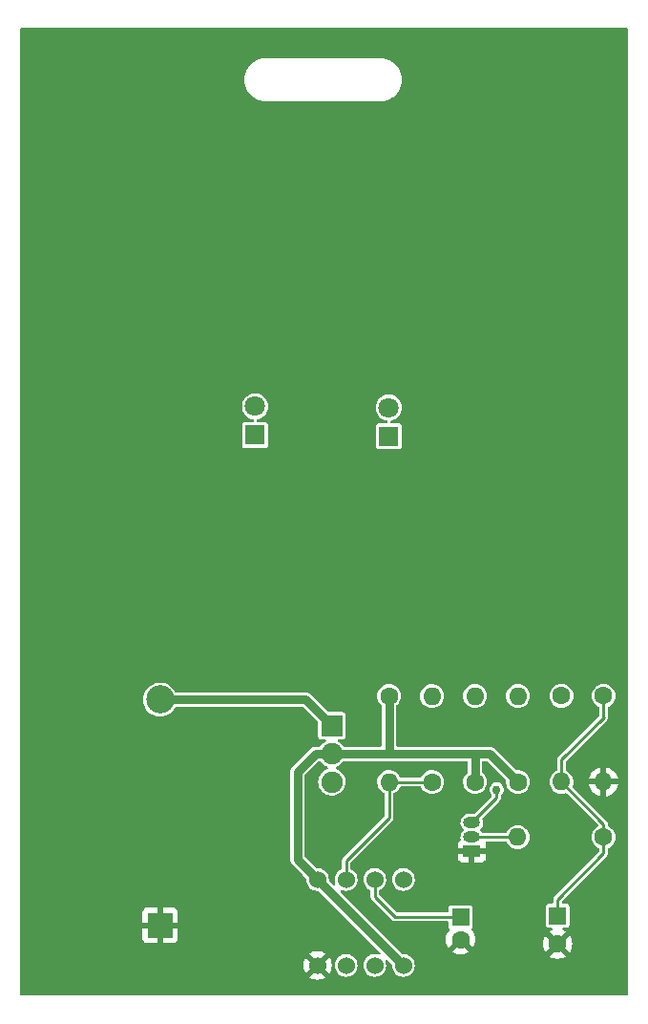
<source format=gtl>
%TF.GenerationSoftware,KiCad,Pcbnew,7.0.5*%
%TF.CreationDate,2023-07-12T18:43:18+05:30*%
%TF.ProjectId,555_Timer,3535355f-5469-46d6-9572-2e6b69636164,v01*%
%TF.SameCoordinates,Original*%
%TF.FileFunction,Copper,L1,Top*%
%TF.FilePolarity,Positive*%
%FSLAX46Y46*%
G04 Gerber Fmt 4.6, Leading zero omitted, Abs format (unit mm)*
G04 Created by KiCad (PCBNEW 7.0.5) date 2023-07-12 18:43:18*
%MOMM*%
%LPD*%
G01*
G04 APERTURE LIST*
%TA.AperFunction,ComponentPad*%
%ADD10C,1.600000*%
%TD*%
%TA.AperFunction,ComponentPad*%
%ADD11O,1.600000X1.600000*%
%TD*%
%TA.AperFunction,ComponentPad*%
%ADD12R,1.600000X1.600000*%
%TD*%
%TA.AperFunction,ComponentPad*%
%ADD13C,1.524000*%
%TD*%
%TA.AperFunction,ComponentPad*%
%ADD14C,1.800000*%
%TD*%
%TA.AperFunction,ComponentPad*%
%ADD15R,1.800000X1.800000*%
%TD*%
%TA.AperFunction,ComponentPad*%
%ADD16R,1.900000X1.900000*%
%TD*%
%TA.AperFunction,ComponentPad*%
%ADD17C,1.900000*%
%TD*%
%TA.AperFunction,ComponentPad*%
%ADD18O,1.500000X1.000000*%
%TD*%
%TA.AperFunction,ComponentPad*%
%ADD19R,1.500000X1.000000*%
%TD*%
%TA.AperFunction,ComponentPad*%
%ADD20R,2.170000X2.170000*%
%TD*%
%TA.AperFunction,ComponentPad*%
%ADD21C,2.500000*%
%TD*%
%TA.AperFunction,ViaPad*%
%ADD22C,0.762000*%
%TD*%
%TA.AperFunction,Conductor*%
%ADD23C,0.762000*%
%TD*%
%TA.AperFunction,Conductor*%
%ADD24C,0.254000*%
%TD*%
G04 APERTURE END LIST*
D10*
%TO.P,R2,1*%
%TO.N,Net-(U1-DIS)*%
X163576000Y-108102400D03*
D11*
%TO.P,R2,2*%
%TO.N,Net-(U1-THRESH)*%
X163576000Y-100482400D03*
%TD*%
D12*
%TO.P,C1,1*%
%TO.N,Net-(U1-THRESH)*%
X166116000Y-120059700D03*
D10*
%TO.P,C1,2*%
%TO.N,GND*%
X166116000Y-122059700D03*
%TD*%
D13*
%TO.P,U1,1,GND*%
%TO.N,GND*%
X153416000Y-124345700D03*
%TO.P,U1,2,~{TRIG}*%
%TO.N,Net-(U1-THRESH)*%
X155956000Y-124345700D03*
%TO.P,U1,3,OUT*%
%TO.N,Net-(U1-OUT)*%
X158496000Y-124345700D03*
%TO.P,U1,4,~{RST}*%
%TO.N,VCC*%
X161036000Y-124345700D03*
%TO.P,U1,5,CV*%
%TO.N,unconnected-(U1-CV-Pad5)*%
X161036000Y-116725700D03*
%TO.P,U1,6,THRESH*%
%TO.N,Net-(U1-THRESH)*%
X158496000Y-116725700D03*
%TO.P,U1,7,DIS*%
%TO.N,Net-(U1-DIS)*%
X155956000Y-116725700D03*
%TO.P,U1,8,VDD*%
%TO.N,VCC*%
X153416000Y-116725700D03*
%TD*%
D14*
%TO.P,D1,2,A*%
%TO.N,Net-(D1-A)*%
X147878800Y-74803000D03*
D15*
%TO.P,D1,1,K*%
%TO.N,Net-(D1-K)*%
X147878800Y-77343000D03*
%TD*%
D11*
%TO.P,R1,2*%
%TO.N,Net-(U1-DIS)*%
X159766000Y-108089700D03*
D10*
%TO.P,R1,1*%
%TO.N,VCC*%
X159766000Y-100469700D03*
%TD*%
%TO.P,C2,2*%
%TO.N,GND*%
X174710400Y-122437400D03*
D12*
%TO.P,C2,1*%
%TO.N,Net-(C2-Pad1)*%
X174710400Y-119937400D03*
%TD*%
D11*
%TO.P,R7,2*%
%TO.N,Net-(D2-A)*%
X171196000Y-100469700D03*
D10*
%TO.P,R7,1*%
%TO.N,VCC*%
X171196000Y-108089700D03*
%TD*%
D11*
%TO.P,R3,2*%
%TO.N,Net-(C2-Pad1)*%
X175056800Y-108077000D03*
D10*
%TO.P,R3,1*%
%TO.N,Net-(U1-OUT)*%
X175056800Y-100457000D03*
%TD*%
D15*
%TO.P,D2,1,K*%
%TO.N,Net-(D1-K)*%
X159740600Y-77444600D03*
D14*
%TO.P,D2,2,A*%
%TO.N,Net-(D2-A)*%
X159740600Y-74904600D03*
%TD*%
D16*
%TO.P,S1,1*%
%TO.N,Net-(BAT1-PadPos)*%
X154686000Y-103089700D03*
D17*
%TO.P,S1,2*%
%TO.N,VCC*%
X154686000Y-105589700D03*
%TO.P,S1,3*%
%TO.N,unconnected-(S1-Pad3)*%
X154686000Y-108089700D03*
%TD*%
D11*
%TO.P,R4,2*%
%TO.N,GND*%
X178790600Y-108077000D03*
D10*
%TO.P,R4,1*%
%TO.N,Net-(C2-Pad1)*%
X178790600Y-100457000D03*
%TD*%
D18*
%TO.P,Q1,3,C*%
%TO.N,Net-(D1-K)*%
X167106600Y-111683800D03*
%TO.P,Q1,2,B*%
%TO.N,Net-(Q1-B)*%
X167106600Y-112953800D03*
D19*
%TO.P,Q1,1,E*%
%TO.N,GND*%
X167106600Y-114223800D03*
%TD*%
D10*
%TO.P,R6,1*%
%TO.N,VCC*%
X167386000Y-108089700D03*
D11*
%TO.P,R6,2*%
%TO.N,Net-(D1-A)*%
X167386000Y-100469700D03*
%TD*%
%TO.P,R5,2*%
%TO.N,Net-(Q1-B)*%
X171170600Y-112979200D03*
D10*
%TO.P,R5,1*%
%TO.N,Net-(C2-Pad1)*%
X178790600Y-112979200D03*
%TD*%
D20*
%TO.P,BAT1,Neg*%
%TO.N,GND*%
X139446000Y-120789700D03*
D21*
%TO.P,BAT1,Pos*%
%TO.N,Net-(BAT1-PadPos)*%
X139446000Y-100789700D03*
%TD*%
D22*
%TO.N,Net-(D1-K)*%
X169316400Y-108762800D03*
%TD*%
D23*
%TO.N,VCC*%
X167386000Y-105716700D02*
X167386000Y-108089700D01*
X167513000Y-105589700D02*
X167386000Y-105716700D01*
X167513000Y-105589700D02*
X168696000Y-105589700D01*
X160020000Y-105589700D02*
X167513000Y-105589700D01*
D24*
%TO.N,Net-(D1-K)*%
X169316400Y-108762800D02*
X169316400Y-109474000D01*
X169316400Y-109474000D02*
X167106600Y-111683800D01*
%TO.N,Net-(Q1-B)*%
X167132000Y-112979200D02*
X167106600Y-112953800D01*
X171170600Y-112979200D02*
X167132000Y-112979200D01*
%TO.N,Net-(U1-THRESH)*%
X158496000Y-118250200D02*
X158496000Y-116725700D01*
X160305500Y-120059700D02*
X158496000Y-118250200D01*
X160305500Y-120059700D02*
X166116000Y-120059700D01*
%TO.N,Net-(C2-Pad1)*%
X178790600Y-102336600D02*
X178790600Y-100457000D01*
X175056800Y-106121200D02*
X178816000Y-102362000D01*
X178816000Y-102362000D02*
X178790600Y-102336600D01*
X175056800Y-108077000D02*
X175056800Y-106121200D01*
X178790600Y-111810800D02*
X175056800Y-108077000D01*
X178790600Y-112979200D02*
X178790600Y-111810800D01*
X174710400Y-118507200D02*
X178790600Y-114427000D01*
X174710400Y-119937400D02*
X174710400Y-118507200D01*
X178790600Y-114427000D02*
X178790600Y-112979200D01*
%TO.N,Net-(U1-DIS)*%
X163563300Y-108089700D02*
X163576000Y-108102400D01*
X159766000Y-108089700D02*
X163563300Y-108089700D01*
X155956000Y-115062000D02*
X159766000Y-111252000D01*
X159766000Y-111252000D02*
X159766000Y-108089700D01*
X155956000Y-116725700D02*
X155956000Y-115062000D01*
D23*
%TO.N,VCC*%
X153416000Y-116725700D02*
X161036000Y-124345700D01*
X151638000Y-107188000D02*
X151638000Y-114947700D01*
X153236300Y-105589700D02*
X151638000Y-107188000D01*
X151638000Y-114947700D02*
X153416000Y-116725700D01*
X154686000Y-105589700D02*
X153236300Y-105589700D01*
X159766000Y-100469700D02*
X159766000Y-105335700D01*
X159766000Y-105335700D02*
X160020000Y-105589700D01*
X154686000Y-105589700D02*
X160020000Y-105589700D01*
X168696000Y-105589700D02*
X171196000Y-108089700D01*
%TO.N,Net-(BAT1-PadPos)*%
X152386000Y-100789700D02*
X154686000Y-103089700D01*
X139446000Y-100789700D02*
X152386000Y-100789700D01*
%TD*%
%TA.AperFunction,Conductor*%
%TO.N,GND*%
G36*
X180916621Y-41295502D02*
G01*
X180963114Y-41349158D01*
X180974500Y-41401500D01*
X180974500Y-126873500D01*
X180954498Y-126941621D01*
X180900842Y-126988114D01*
X180848500Y-126999500D01*
X127126500Y-126999500D01*
X127058379Y-126979498D01*
X127011886Y-126925842D01*
X127000500Y-126873500D01*
X127000500Y-124345699D01*
X152141149Y-124345699D01*
X152160517Y-124567074D01*
X152218031Y-124781723D01*
X152218033Y-124781727D01*
X152311946Y-124983125D01*
X152356184Y-125046303D01*
X152356185Y-125046303D01*
X153031607Y-124370881D01*
X153031051Y-124377598D01*
X153062266Y-124500862D01*
X153131813Y-124607312D01*
X153232157Y-124685413D01*
X153352422Y-124726700D01*
X153394210Y-124726700D01*
X152715395Y-125405513D01*
X152715395Y-125405514D01*
X152778575Y-125449753D01*
X152778574Y-125449753D01*
X152979972Y-125543666D01*
X152979976Y-125543668D01*
X153194625Y-125601182D01*
X153415999Y-125620550D01*
X153637374Y-125601182D01*
X153852023Y-125543668D01*
X153852027Y-125543666D01*
X154053425Y-125449753D01*
X154053426Y-125449752D01*
X154116603Y-125405514D01*
X154116603Y-125405512D01*
X153437791Y-124726700D01*
X153447569Y-124726700D01*
X153541421Y-124711039D01*
X153653251Y-124650520D01*
X153739371Y-124556969D01*
X153790448Y-124440523D01*
X153796538Y-124367029D01*
X154475812Y-125046303D01*
X154475814Y-125046303D01*
X154520052Y-124983126D01*
X154520053Y-124983125D01*
X154613966Y-124781727D01*
X154613968Y-124781723D01*
X154671482Y-124567074D01*
X154687408Y-124385046D01*
X154702828Y-124345626D01*
X154923016Y-124345626D01*
X154936459Y-124371202D01*
X154938322Y-124383678D01*
X154954206Y-124544961D01*
X154954206Y-124544963D01*
X155012332Y-124736577D01*
X155012334Y-124736583D01*
X155106720Y-124913166D01*
X155106722Y-124913169D01*
X155233748Y-125067952D01*
X155388531Y-125194978D01*
X155565120Y-125289367D01*
X155756731Y-125347492D01*
X155756735Y-125347492D01*
X155756737Y-125347493D01*
X155955997Y-125367118D01*
X155956000Y-125367118D01*
X155956003Y-125367118D01*
X156155261Y-125347493D01*
X156155263Y-125347493D01*
X156155264Y-125347492D01*
X156155269Y-125347492D01*
X156346880Y-125289367D01*
X156523469Y-125194978D01*
X156678252Y-125067952D01*
X156805278Y-124913169D01*
X156899667Y-124736580D01*
X156957792Y-124544969D01*
X156973678Y-124383678D01*
X156977418Y-124345703D01*
X156977418Y-124345696D01*
X156957793Y-124146438D01*
X156957793Y-124146436D01*
X156957792Y-124146433D01*
X156957792Y-124146431D01*
X156899667Y-123954820D01*
X156805278Y-123778231D01*
X156678252Y-123623448D01*
X156523469Y-123496422D01*
X156523467Y-123496421D01*
X156523466Y-123496420D01*
X156346883Y-123402034D01*
X156346877Y-123402032D01*
X156250166Y-123372695D01*
X156155269Y-123343908D01*
X156155268Y-123343907D01*
X156155262Y-123343906D01*
X155956003Y-123324282D01*
X155955997Y-123324282D01*
X155756738Y-123343906D01*
X155756736Y-123343906D01*
X155565122Y-123402032D01*
X155565116Y-123402034D01*
X155388533Y-123496420D01*
X155233748Y-123623448D01*
X155106720Y-123778233D01*
X155012334Y-123954816D01*
X155012332Y-123954822D01*
X154954206Y-124146436D01*
X154954206Y-124146438D01*
X154938322Y-124307721D01*
X154923016Y-124345626D01*
X154702828Y-124345626D01*
X154702833Y-124345613D01*
X154689136Y-124318849D01*
X154687408Y-124306353D01*
X154671482Y-124124325D01*
X154613968Y-123909676D01*
X154613966Y-123909672D01*
X154520051Y-123708271D01*
X154475815Y-123645095D01*
X154475813Y-123645095D01*
X153800392Y-124320516D01*
X153800949Y-124313802D01*
X153769734Y-124190538D01*
X153700187Y-124084088D01*
X153599843Y-124005987D01*
X153479578Y-123964700D01*
X153437790Y-123964700D01*
X154116603Y-123285885D01*
X154116603Y-123285884D01*
X154053425Y-123241646D01*
X153852027Y-123147733D01*
X153852023Y-123147731D01*
X153637374Y-123090217D01*
X153415999Y-123070849D01*
X153194625Y-123090217D01*
X152979976Y-123147731D01*
X152979972Y-123147733D01*
X152778575Y-123241646D01*
X152715394Y-123285885D01*
X153394209Y-123964700D01*
X153384431Y-123964700D01*
X153290579Y-123980361D01*
X153178749Y-124040880D01*
X153092629Y-124134431D01*
X153041552Y-124250877D01*
X153035461Y-124324369D01*
X152356185Y-123645094D01*
X152311946Y-123708275D01*
X152218033Y-123909672D01*
X152218031Y-123909676D01*
X152160517Y-124124325D01*
X152141149Y-124345699D01*
X127000500Y-124345699D01*
X127000500Y-121923297D01*
X137853000Y-121923297D01*
X137859505Y-121983793D01*
X137910555Y-122120664D01*
X137910555Y-122120665D01*
X137998095Y-122237604D01*
X138115034Y-122325144D01*
X138251906Y-122376194D01*
X138312402Y-122382699D01*
X138312415Y-122382700D01*
X139192000Y-122382700D01*
X139192000Y-121317689D01*
X139293284Y-121359643D01*
X139407656Y-121374700D01*
X139484344Y-121374700D01*
X139598716Y-121359643D01*
X139700000Y-121317689D01*
X139700000Y-122382700D01*
X140579585Y-122382700D01*
X140579597Y-122382699D01*
X140640093Y-122376194D01*
X140776964Y-122325144D01*
X140776965Y-122325144D01*
X140893904Y-122237604D01*
X140981444Y-122120665D01*
X140981444Y-122120664D01*
X141032494Y-121983793D01*
X141038999Y-121923297D01*
X141039000Y-121923285D01*
X141039000Y-121043700D01*
X139973990Y-121043700D01*
X140015943Y-120942416D01*
X140036048Y-120789700D01*
X140015943Y-120636984D01*
X139973990Y-120535700D01*
X141039000Y-120535700D01*
X141039000Y-119656114D01*
X141038999Y-119656102D01*
X141032494Y-119595606D01*
X140981444Y-119458735D01*
X140981444Y-119458734D01*
X140893904Y-119341795D01*
X140776965Y-119254255D01*
X140640093Y-119203205D01*
X140579597Y-119196700D01*
X139700000Y-119196700D01*
X139700000Y-120261710D01*
X139598716Y-120219757D01*
X139484344Y-120204700D01*
X139407656Y-120204700D01*
X139293284Y-120219757D01*
X139192000Y-120261710D01*
X139192000Y-119196700D01*
X138312402Y-119196700D01*
X138251906Y-119203205D01*
X138115035Y-119254255D01*
X138115034Y-119254255D01*
X137998095Y-119341795D01*
X137910555Y-119458734D01*
X137910555Y-119458735D01*
X137859505Y-119595606D01*
X137853000Y-119656102D01*
X137853000Y-120535700D01*
X138918010Y-120535700D01*
X138876057Y-120636984D01*
X138855952Y-120789700D01*
X138876057Y-120942416D01*
X138918010Y-121043700D01*
X137853000Y-121043700D01*
X137853000Y-121923297D01*
X127000500Y-121923297D01*
X127000500Y-100789699D01*
X137936848Y-100789699D01*
X137955428Y-101025782D01*
X138010711Y-101256054D01*
X138101335Y-101474839D01*
X138225071Y-101676758D01*
X138225072Y-101676760D01*
X138378867Y-101856832D01*
X138558939Y-102010627D01*
X138558943Y-102010630D01*
X138760859Y-102134364D01*
X138979646Y-102224989D01*
X139209917Y-102280272D01*
X139446000Y-102298852D01*
X139682083Y-102280272D01*
X139912354Y-102224989D01*
X140131141Y-102134364D01*
X140333057Y-102010630D01*
X140513132Y-101856832D01*
X140666930Y-101676757D01*
X140784214Y-101485365D01*
X140836862Y-101437734D01*
X140891647Y-101425200D01*
X152070578Y-101425200D01*
X152138699Y-101445202D01*
X152159673Y-101462105D01*
X153444595Y-102747027D01*
X153478621Y-102809339D01*
X153481500Y-102836122D01*
X153481500Y-104064763D01*
X153481501Y-104064773D01*
X153496265Y-104139000D01*
X153552516Y-104223184D01*
X153636697Y-104279433D01*
X153636699Y-104279434D01*
X153710933Y-104294200D01*
X154047419Y-104294199D01*
X154115537Y-104314201D01*
X154162030Y-104367856D01*
X154172135Y-104438130D01*
X154142642Y-104502711D01*
X154113748Y-104527326D01*
X153957015Y-104624370D01*
X153792049Y-104774756D01*
X153715032Y-104876745D01*
X153700250Y-104896321D01*
X153694352Y-104904131D01*
X153637338Y-104946439D01*
X153593801Y-104954200D01*
X153320375Y-104954200D01*
X153304502Y-104952447D01*
X153304475Y-104952737D01*
X153296582Y-104951990D01*
X153227281Y-104954169D01*
X153225302Y-104954200D01*
X153196314Y-104954200D01*
X153189333Y-104955081D01*
X153183420Y-104955547D01*
X153136097Y-104957034D01*
X153136091Y-104957035D01*
X153116543Y-104962714D01*
X153097193Y-104966721D01*
X153077007Y-104969271D01*
X153076994Y-104969274D01*
X153032986Y-104986699D01*
X153027368Y-104988623D01*
X152981911Y-105001829D01*
X152981906Y-105001831D01*
X152964380Y-105012195D01*
X152946639Y-105020886D01*
X152927711Y-105028381D01*
X152889410Y-105056207D01*
X152884449Y-105059466D01*
X152843702Y-105083565D01*
X152829305Y-105097961D01*
X152814278Y-105110794D01*
X152812530Y-105112065D01*
X152797813Y-105122758D01*
X152767628Y-105159243D01*
X152763632Y-105163634D01*
X151248077Y-106679188D01*
X151235616Y-106689173D01*
X151235801Y-106689397D01*
X151229700Y-106694443D01*
X151182251Y-106744970D01*
X151180877Y-106746388D01*
X151160359Y-106766907D01*
X151160353Y-106766914D01*
X151156032Y-106772483D01*
X151152185Y-106776987D01*
X151119785Y-106811490D01*
X151119784Y-106811492D01*
X151109976Y-106829332D01*
X151099124Y-106845850D01*
X151086654Y-106861925D01*
X151086650Y-106861932D01*
X151067843Y-106905388D01*
X151065233Y-106910716D01*
X151042433Y-106952191D01*
X151042430Y-106952199D01*
X151037370Y-106971907D01*
X151030968Y-106990607D01*
X151022882Y-107009293D01*
X151022881Y-107009297D01*
X151015476Y-107056051D01*
X151014272Y-107061865D01*
X151002500Y-107107717D01*
X151002500Y-107128065D01*
X151000949Y-107147775D01*
X150997765Y-107167878D01*
X150997765Y-107167879D01*
X151002220Y-107215010D01*
X151002500Y-107220943D01*
X151002500Y-114863631D01*
X151000748Y-114879501D01*
X151001038Y-114879529D01*
X151000292Y-114887420D01*
X151002469Y-114956701D01*
X151002500Y-114958679D01*
X151002500Y-114987683D01*
X151002500Y-114987686D01*
X151002499Y-114987686D01*
X151003382Y-114994677D01*
X151003847Y-115000585D01*
X151005334Y-115047902D01*
X151005335Y-115047907D01*
X151011014Y-115067456D01*
X151015021Y-115086807D01*
X151017572Y-115106995D01*
X151017572Y-115106997D01*
X151034998Y-115151013D01*
X151036921Y-115156629D01*
X151050129Y-115202090D01*
X151050131Y-115202095D01*
X151060492Y-115219614D01*
X151069189Y-115237366D01*
X151076681Y-115256288D01*
X151104510Y-115294592D01*
X151107764Y-115299545D01*
X151116533Y-115314372D01*
X151131865Y-115340298D01*
X151146250Y-115354683D01*
X151159090Y-115369716D01*
X151171054Y-115386183D01*
X151171057Y-115386186D01*
X151207542Y-115416369D01*
X151211923Y-115420355D01*
X152126383Y-116334816D01*
X152363442Y-116571875D01*
X152397468Y-116634187D01*
X152399740Y-116673318D01*
X152394582Y-116725695D01*
X152394582Y-116725703D01*
X152414206Y-116924961D01*
X152414206Y-116924963D01*
X152472332Y-117116577D01*
X152472334Y-117116583D01*
X152566720Y-117293166D01*
X152566722Y-117293169D01*
X152693748Y-117447952D01*
X152848531Y-117574978D01*
X153025120Y-117669367D01*
X153216731Y-117727492D01*
X153216735Y-117727492D01*
X153216737Y-117727493D01*
X153415997Y-117747118D01*
X153416000Y-117747118D01*
X153416002Y-117747118D01*
X153444056Y-117744354D01*
X153468379Y-117741959D01*
X153538133Y-117755187D01*
X153569825Y-117778257D01*
X158971468Y-123179900D01*
X159005494Y-123242212D01*
X159000429Y-123313027D01*
X158957882Y-123369863D01*
X158891362Y-123394674D01*
X158845798Y-123389570D01*
X158695266Y-123343907D01*
X158695261Y-123343906D01*
X158496003Y-123324282D01*
X158495997Y-123324282D01*
X158296738Y-123343906D01*
X158296736Y-123343906D01*
X158105122Y-123402032D01*
X158105116Y-123402034D01*
X157928533Y-123496420D01*
X157773748Y-123623448D01*
X157646720Y-123778233D01*
X157552334Y-123954816D01*
X157552332Y-123954822D01*
X157494206Y-124146436D01*
X157494206Y-124146438D01*
X157474582Y-124345696D01*
X157474582Y-124345703D01*
X157494206Y-124544961D01*
X157494206Y-124544963D01*
X157552332Y-124736577D01*
X157552334Y-124736583D01*
X157646720Y-124913166D01*
X157646722Y-124913169D01*
X157773748Y-125067952D01*
X157928531Y-125194978D01*
X158105120Y-125289367D01*
X158296731Y-125347492D01*
X158296735Y-125347492D01*
X158296737Y-125347493D01*
X158495997Y-125367118D01*
X158496000Y-125367118D01*
X158496003Y-125367118D01*
X158695261Y-125347493D01*
X158695263Y-125347493D01*
X158695264Y-125347492D01*
X158695269Y-125347492D01*
X158886880Y-125289367D01*
X159063469Y-125194978D01*
X159218252Y-125067952D01*
X159345278Y-124913169D01*
X159439667Y-124736580D01*
X159497792Y-124544969D01*
X159513678Y-124383678D01*
X159517418Y-124345703D01*
X159517418Y-124345696D01*
X159497793Y-124146438D01*
X159497793Y-124146436D01*
X159497792Y-124146433D01*
X159497792Y-124146431D01*
X159452128Y-123995901D01*
X159451496Y-123924908D01*
X159489345Y-123864842D01*
X159553660Y-123834773D01*
X159624021Y-123844250D01*
X159661799Y-123870231D01*
X159983442Y-124191874D01*
X160017468Y-124254186D01*
X160019740Y-124293317D01*
X160014582Y-124345695D01*
X160014582Y-124345703D01*
X160034206Y-124544961D01*
X160034206Y-124544963D01*
X160092332Y-124736577D01*
X160092334Y-124736583D01*
X160186720Y-124913166D01*
X160186722Y-124913169D01*
X160313748Y-125067952D01*
X160468531Y-125194978D01*
X160645120Y-125289367D01*
X160836731Y-125347492D01*
X160836735Y-125347492D01*
X160836737Y-125347493D01*
X161035997Y-125367118D01*
X161036000Y-125367118D01*
X161036003Y-125367118D01*
X161235261Y-125347493D01*
X161235263Y-125347493D01*
X161235264Y-125347492D01*
X161235269Y-125347492D01*
X161426880Y-125289367D01*
X161603469Y-125194978D01*
X161758252Y-125067952D01*
X161885278Y-124913169D01*
X161979667Y-124736580D01*
X162037792Y-124544969D01*
X162053678Y-124383678D01*
X162057418Y-124345703D01*
X162057418Y-124345696D01*
X162037793Y-124146438D01*
X162037793Y-124146436D01*
X162037792Y-124146433D01*
X162037792Y-124146431D01*
X161979667Y-123954820D01*
X161885278Y-123778231D01*
X161758252Y-123623448D01*
X161603469Y-123496422D01*
X161603467Y-123496421D01*
X161603466Y-123496420D01*
X161426883Y-123402034D01*
X161426877Y-123402032D01*
X161330166Y-123372695D01*
X161235269Y-123343908D01*
X161235268Y-123343907D01*
X161235262Y-123343906D01*
X161036003Y-123324282D01*
X161035995Y-123324282D01*
X160983618Y-123329440D01*
X160913865Y-123316211D01*
X160882175Y-123293142D01*
X155480532Y-117891499D01*
X155446506Y-117829187D01*
X155451571Y-117758372D01*
X155494118Y-117701536D01*
X155560638Y-117676725D01*
X155606203Y-117681830D01*
X155756727Y-117727491D01*
X155756728Y-117727491D01*
X155756731Y-117727492D01*
X155756734Y-117727492D01*
X155756738Y-117727493D01*
X155955997Y-117747118D01*
X155956000Y-117747118D01*
X155956003Y-117747118D01*
X156155261Y-117727493D01*
X156155263Y-117727493D01*
X156155264Y-117727492D01*
X156155269Y-117727492D01*
X156346880Y-117669367D01*
X156523469Y-117574978D01*
X156678252Y-117447952D01*
X156805278Y-117293169D01*
X156899667Y-117116580D01*
X156957792Y-116924969D01*
X156968405Y-116817212D01*
X156977418Y-116725703D01*
X157474582Y-116725703D01*
X157494206Y-116924961D01*
X157494206Y-116924963D01*
X157552332Y-117116577D01*
X157552334Y-117116583D01*
X157646720Y-117293166D01*
X157646722Y-117293169D01*
X157773748Y-117447952D01*
X157928531Y-117574978D01*
X157928533Y-117574979D01*
X158047896Y-117638780D01*
X158098544Y-117688532D01*
X158114500Y-117749902D01*
X158114500Y-118197566D01*
X158111818Y-118223423D01*
X158109554Y-118234216D01*
X158112044Y-118254185D01*
X158114016Y-118270009D01*
X158114500Y-118277800D01*
X158114500Y-118281813D01*
X158118189Y-118303924D01*
X158118564Y-118306499D01*
X158125303Y-118360557D01*
X158127588Y-118368232D01*
X158130180Y-118375781D01*
X158130181Y-118375784D01*
X158130182Y-118375786D01*
X158145023Y-118403211D01*
X158156111Y-118423700D01*
X158157303Y-118426015D01*
X158181223Y-118474946D01*
X158185868Y-118481451D01*
X158190778Y-118487760D01*
X158190780Y-118487762D01*
X158230886Y-118524682D01*
X158232742Y-118526464D01*
X159998516Y-120292238D01*
X160014902Y-120312415D01*
X160020937Y-120321652D01*
X160020940Y-120321656D01*
X160048937Y-120343447D01*
X160049400Y-120343807D01*
X160055257Y-120348980D01*
X160058084Y-120351807D01*
X160058093Y-120351815D01*
X160076334Y-120364838D01*
X160078406Y-120366382D01*
X160121415Y-120399858D01*
X160121419Y-120399859D01*
X160128455Y-120403668D01*
X160135627Y-120407173D01*
X160135630Y-120407175D01*
X160187847Y-120422720D01*
X160190294Y-120423503D01*
X160241839Y-120441200D01*
X160241844Y-120441200D01*
X160249750Y-120442519D01*
X160257656Y-120443505D01*
X160257657Y-120443504D01*
X160257658Y-120443505D01*
X160312084Y-120441253D01*
X160314678Y-120441200D01*
X164935501Y-120441200D01*
X165003622Y-120461202D01*
X165050115Y-120514858D01*
X165061501Y-120567200D01*
X165061501Y-120884772D01*
X165076265Y-120958999D01*
X165076265Y-120959000D01*
X165076266Y-120959001D01*
X165132516Y-121043184D01*
X165132518Y-121043185D01*
X165135232Y-121047247D01*
X165156447Y-121115000D01*
X165137665Y-121183467D01*
X165119566Y-121206342D01*
X165110187Y-121215721D01*
X165110186Y-121215721D01*
X164978912Y-121403201D01*
X164882188Y-121610626D01*
X164882186Y-121610631D01*
X164822951Y-121831697D01*
X164803004Y-122059700D01*
X164822951Y-122287702D01*
X164882186Y-122508768D01*
X164882188Y-122508773D01*
X164978913Y-122716201D01*
X165028898Y-122787588D01*
X165028900Y-122787588D01*
X165717272Y-122099216D01*
X165730835Y-122184848D01*
X165788359Y-122297745D01*
X165877955Y-122387341D01*
X165990852Y-122444865D01*
X166076482Y-122458427D01*
X165388110Y-123146798D01*
X165388110Y-123146800D01*
X165459498Y-123196786D01*
X165666926Y-123293511D01*
X165666931Y-123293513D01*
X165887999Y-123352748D01*
X165887995Y-123352748D01*
X166116000Y-123372695D01*
X166344002Y-123352748D01*
X166565068Y-123293513D01*
X166565073Y-123293511D01*
X166772497Y-123196788D01*
X166843888Y-123146799D01*
X166843888Y-123146797D01*
X166155518Y-122458427D01*
X166241148Y-122444865D01*
X166354045Y-122387341D01*
X166443641Y-122297745D01*
X166501165Y-122184848D01*
X166514727Y-122099218D01*
X167203097Y-122787588D01*
X167203099Y-122787588D01*
X167253088Y-122716197D01*
X167349811Y-122508773D01*
X167349813Y-122508768D01*
X167368936Y-122437400D01*
X173397404Y-122437400D01*
X173417351Y-122665402D01*
X173476586Y-122886468D01*
X173476588Y-122886473D01*
X173573313Y-123093901D01*
X173623299Y-123165288D01*
X174311672Y-122476916D01*
X174325235Y-122562548D01*
X174382759Y-122675445D01*
X174472355Y-122765041D01*
X174585252Y-122822565D01*
X174670882Y-122836127D01*
X173982510Y-123524498D01*
X173982510Y-123524500D01*
X174053898Y-123574486D01*
X174261326Y-123671211D01*
X174261331Y-123671213D01*
X174482399Y-123730448D01*
X174482395Y-123730448D01*
X174710400Y-123750395D01*
X174938402Y-123730448D01*
X175159468Y-123671213D01*
X175159473Y-123671211D01*
X175366897Y-123574488D01*
X175438288Y-123524499D01*
X175438288Y-123524497D01*
X174749918Y-122836127D01*
X174835548Y-122822565D01*
X174948445Y-122765041D01*
X175038041Y-122675445D01*
X175095565Y-122562548D01*
X175109127Y-122476917D01*
X175797497Y-123165288D01*
X175797499Y-123165288D01*
X175847488Y-123093897D01*
X175944211Y-122886473D01*
X175944213Y-122886468D01*
X176003448Y-122665402D01*
X176023395Y-122437400D01*
X176003448Y-122209397D01*
X175944213Y-121988331D01*
X175944211Y-121988326D01*
X175847486Y-121780898D01*
X175797500Y-121709510D01*
X175797498Y-121709510D01*
X175109127Y-122397881D01*
X175095565Y-122312252D01*
X175038041Y-122199355D01*
X174948445Y-122109759D01*
X174835548Y-122052235D01*
X174749917Y-122038672D01*
X175438288Y-121350299D01*
X175438288Y-121350298D01*
X175366901Y-121300313D01*
X175220604Y-121232094D01*
X175167319Y-121185177D01*
X175147858Y-121116899D01*
X175168400Y-121048940D01*
X175222423Y-121002874D01*
X175273853Y-120991899D01*
X175535466Y-120991899D01*
X175535469Y-120991898D01*
X175535473Y-120991898D01*
X175584726Y-120982101D01*
X175609701Y-120977134D01*
X175693884Y-120920884D01*
X175750134Y-120836701D01*
X175764900Y-120762467D01*
X175764899Y-119112334D01*
X175764898Y-119112330D01*
X175764898Y-119112326D01*
X175750134Y-119038099D01*
X175693883Y-118953915D01*
X175609702Y-118897666D01*
X175535469Y-118882900D01*
X175535467Y-118882900D01*
X175217900Y-118882900D01*
X175149779Y-118862898D01*
X175103286Y-118809242D01*
X175091900Y-118756900D01*
X175091900Y-118717411D01*
X175111902Y-118649290D01*
X175128800Y-118628321D01*
X179023142Y-114733978D01*
X179043318Y-114717594D01*
X179052556Y-114711560D01*
X179074714Y-114683089D01*
X179079882Y-114677238D01*
X179082713Y-114674409D01*
X179095757Y-114656137D01*
X179097286Y-114654088D01*
X179130758Y-114611085D01*
X179130759Y-114611079D01*
X179134557Y-114604064D01*
X179138070Y-114596876D01*
X179138075Y-114596870D01*
X179153630Y-114544618D01*
X179154402Y-114542208D01*
X179172100Y-114490661D01*
X179172100Y-114490655D01*
X179173419Y-114482749D01*
X179174405Y-114474843D01*
X179172154Y-114420426D01*
X179172100Y-114417821D01*
X179172100Y-114046489D01*
X179192102Y-113978368D01*
X179238702Y-113935368D01*
X179379283Y-113860227D01*
X179539852Y-113728452D01*
X179671627Y-113567883D01*
X179769545Y-113384692D01*
X179829842Y-113185918D01*
X179848354Y-112997969D01*
X179850202Y-112979203D01*
X179850202Y-112979196D01*
X179829843Y-112772488D01*
X179829842Y-112772486D01*
X179829842Y-112772482D01*
X179769545Y-112573708D01*
X179671627Y-112390517D01*
X179671625Y-112390513D01*
X179539852Y-112229947D01*
X179379288Y-112098176D01*
X179379284Y-112098173D01*
X179379283Y-112098173D01*
X179238703Y-112023031D01*
X179188055Y-111973278D01*
X179172100Y-111911909D01*
X179172100Y-111863434D01*
X179174782Y-111837574D01*
X179177045Y-111826784D01*
X179172583Y-111790990D01*
X179172100Y-111783200D01*
X179172100Y-111779194D01*
X179172100Y-111779189D01*
X179168407Y-111757068D01*
X179168034Y-111754502D01*
X179161295Y-111700435D01*
X179159014Y-111692775D01*
X179156419Y-111685217D01*
X179156418Y-111685215D01*
X179156418Y-111685214D01*
X179130486Y-111637296D01*
X179129309Y-111635009D01*
X179105377Y-111586054D01*
X179105375Y-111586052D01*
X179100747Y-111579568D01*
X179095820Y-111573238D01*
X179055735Y-111536337D01*
X179053880Y-111534557D01*
X176081249Y-108561926D01*
X176047224Y-108499615D01*
X176049770Y-108436257D01*
X176096042Y-108283718D01*
X176107811Y-108164233D01*
X176116402Y-108077003D01*
X176116402Y-108076996D01*
X176096043Y-107870288D01*
X176096042Y-107870286D01*
X176096042Y-107870282D01*
X176081699Y-107823000D01*
X177504517Y-107823000D01*
X178478914Y-107823000D01*
X178462959Y-107838955D01*
X178405435Y-107951852D01*
X178385614Y-108077000D01*
X178405435Y-108202148D01*
X178462959Y-108315045D01*
X178478914Y-108331000D01*
X177504518Y-108331000D01*
X177556786Y-108526068D01*
X177556788Y-108526073D01*
X177653512Y-108733498D01*
X177784784Y-108920974D01*
X177784789Y-108920980D01*
X177946619Y-109082810D01*
X177946625Y-109082815D01*
X178134101Y-109214087D01*
X178341526Y-109310811D01*
X178341531Y-109310813D01*
X178536600Y-109363081D01*
X178536600Y-108388686D01*
X178552555Y-108404641D01*
X178665452Y-108462165D01*
X178759119Y-108477000D01*
X178822081Y-108477000D01*
X178915748Y-108462165D01*
X179028645Y-108404641D01*
X179044600Y-108388685D01*
X179044600Y-109363081D01*
X179239668Y-109310813D01*
X179239673Y-109310811D01*
X179447098Y-109214087D01*
X179634574Y-109082815D01*
X179634580Y-109082810D01*
X179796410Y-108920980D01*
X179796415Y-108920974D01*
X179927687Y-108733498D01*
X180024411Y-108526073D01*
X180024413Y-108526068D01*
X180076682Y-108331000D01*
X179102286Y-108331000D01*
X179118241Y-108315045D01*
X179175765Y-108202148D01*
X179195586Y-108077000D01*
X179175765Y-107951852D01*
X179118241Y-107838955D01*
X179102286Y-107823000D01*
X180076682Y-107823000D01*
X180024413Y-107627931D01*
X180024411Y-107627926D01*
X179927687Y-107420501D01*
X179796415Y-107233025D01*
X179796410Y-107233019D01*
X179634580Y-107071189D01*
X179634574Y-107071184D01*
X179447098Y-106939912D01*
X179239673Y-106843188D01*
X179239671Y-106843187D01*
X179044600Y-106790917D01*
X179044600Y-107765314D01*
X179028645Y-107749359D01*
X178915748Y-107691835D01*
X178822081Y-107677000D01*
X178759119Y-107677000D01*
X178665452Y-107691835D01*
X178552555Y-107749359D01*
X178536599Y-107765314D01*
X178536599Y-106790917D01*
X178341528Y-106843187D01*
X178341526Y-106843188D01*
X178134101Y-106939912D01*
X177946625Y-107071184D01*
X177946619Y-107071189D01*
X177784789Y-107233019D01*
X177784784Y-107233025D01*
X177653512Y-107420501D01*
X177556788Y-107627926D01*
X177556786Y-107627931D01*
X177504517Y-107823000D01*
X176081699Y-107823000D01*
X176035745Y-107671508D01*
X175951404Y-107513717D01*
X175937825Y-107488313D01*
X175806052Y-107327747D01*
X175645488Y-107195976D01*
X175645484Y-107195973D01*
X175645483Y-107195973D01*
X175504903Y-107120831D01*
X175454255Y-107071078D01*
X175438300Y-107009709D01*
X175438300Y-106331412D01*
X175458302Y-106263291D01*
X175475205Y-106242317D01*
X175903302Y-105814220D01*
X179072779Y-102644742D01*
X179076587Y-102641238D01*
X179079856Y-102638468D01*
X179111142Y-102611972D01*
X179134322Y-102573067D01*
X179137150Y-102568738D01*
X179163475Y-102531869D01*
X179163587Y-102531491D01*
X179176115Y-102502931D01*
X179176316Y-102502595D01*
X179185611Y-102458263D01*
X179186886Y-102453232D01*
X179199805Y-102409841D01*
X179199788Y-102409445D01*
X179202364Y-102378367D01*
X179202445Y-102377983D01*
X179196843Y-102333050D01*
X179196415Y-102327888D01*
X179194544Y-102282628D01*
X179194543Y-102282625D01*
X179194543Y-102282624D01*
X179194399Y-102282255D01*
X179186744Y-102252025D01*
X179186696Y-102251639D01*
X179186695Y-102251637D01*
X179184902Y-102247969D01*
X179172100Y-102192632D01*
X179172100Y-101524289D01*
X179192102Y-101456168D01*
X179238702Y-101413168D01*
X179379283Y-101338027D01*
X179539852Y-101206252D01*
X179671627Y-101045683D01*
X179769545Y-100862492D01*
X179829842Y-100663718D01*
X179847701Y-100482400D01*
X179850202Y-100457003D01*
X179850202Y-100456996D01*
X179829843Y-100250288D01*
X179829842Y-100250286D01*
X179829842Y-100250282D01*
X179769545Y-100051508D01*
X179685204Y-99893717D01*
X179671625Y-99868313D01*
X179539852Y-99707747D01*
X179379286Y-99575975D01*
X179379286Y-99575974D01*
X179196092Y-99478055D01*
X179081051Y-99443158D01*
X178997318Y-99417758D01*
X178997317Y-99417757D01*
X178997311Y-99417756D01*
X178790603Y-99397398D01*
X178790597Y-99397398D01*
X178583888Y-99417756D01*
X178385107Y-99478055D01*
X178201913Y-99575974D01*
X178201913Y-99575975D01*
X178041347Y-99707747D01*
X177909575Y-99868313D01*
X177909574Y-99868313D01*
X177811655Y-100051507D01*
X177751356Y-100250288D01*
X177730998Y-100456996D01*
X177730998Y-100457003D01*
X177751356Y-100663711D01*
X177751357Y-100663717D01*
X177751358Y-100663718D01*
X177759061Y-100689111D01*
X177811655Y-100862492D01*
X177909574Y-101045686D01*
X178041347Y-101206252D01*
X178201913Y-101338024D01*
X178201917Y-101338027D01*
X178342496Y-101413168D01*
X178393144Y-101462919D01*
X178409100Y-101524289D01*
X178409100Y-102177186D01*
X178389098Y-102245307D01*
X178372195Y-102266281D01*
X174824255Y-105814220D01*
X174804082Y-105830604D01*
X174794841Y-105836641D01*
X174772696Y-105865093D01*
X174767536Y-105870938D01*
X174764689Y-105873785D01*
X174751657Y-105892039D01*
X174750102Y-105894124D01*
X174716642Y-105937113D01*
X174712830Y-105944158D01*
X174709325Y-105951327D01*
X174693778Y-106003546D01*
X174692984Y-106006024D01*
X174675299Y-106057541D01*
X174673984Y-106065418D01*
X174672994Y-106073360D01*
X174675246Y-106127773D01*
X174675300Y-106130377D01*
X174675300Y-107009709D01*
X174655298Y-107077830D01*
X174608697Y-107120831D01*
X174468111Y-107195976D01*
X174307547Y-107327747D01*
X174175775Y-107488313D01*
X174175774Y-107488313D01*
X174077855Y-107671507D01*
X174017556Y-107870288D01*
X173997198Y-108076996D01*
X173997198Y-108077003D01*
X174017556Y-108283711D01*
X174017557Y-108283717D01*
X174017558Y-108283718D01*
X174025261Y-108309111D01*
X174077855Y-108482492D01*
X174175774Y-108665686D01*
X174307547Y-108826252D01*
X174468113Y-108958024D01*
X174468113Y-108958025D01*
X174468117Y-108958027D01*
X174651308Y-109055945D01*
X174850082Y-109116242D01*
X174850086Y-109116242D01*
X174850088Y-109116243D01*
X175056797Y-109136602D01*
X175056800Y-109136602D01*
X175056803Y-109136602D01*
X175263514Y-109116243D01*
X175263516Y-109116242D01*
X175263518Y-109116242D01*
X175416057Y-109069969D01*
X175487050Y-109069336D01*
X175541727Y-109101449D01*
X178301096Y-111860818D01*
X178335122Y-111923130D01*
X178330057Y-111993945D01*
X178287510Y-112050781D01*
X178271397Y-112061035D01*
X178201913Y-112098174D01*
X178201913Y-112098175D01*
X178041347Y-112229947D01*
X177909575Y-112390513D01*
X177909574Y-112390513D01*
X177811655Y-112573707D01*
X177751356Y-112772488D01*
X177730998Y-112979196D01*
X177730998Y-112979203D01*
X177751356Y-113185911D01*
X177751357Y-113185917D01*
X177751358Y-113185918D01*
X177810445Y-113380702D01*
X177811655Y-113384692D01*
X177909574Y-113567886D01*
X178041347Y-113728452D01*
X178201913Y-113860224D01*
X178201917Y-113860227D01*
X178342496Y-113935368D01*
X178393144Y-113985119D01*
X178409100Y-114046489D01*
X178409100Y-114216786D01*
X178389098Y-114284907D01*
X178372195Y-114305881D01*
X174477855Y-118200220D01*
X174457682Y-118216604D01*
X174448441Y-118222641D01*
X174426296Y-118251093D01*
X174421136Y-118256938D01*
X174418289Y-118259785D01*
X174410997Y-118269999D01*
X174405428Y-118277800D01*
X174405257Y-118278039D01*
X174403702Y-118280124D01*
X174370242Y-118323113D01*
X174366430Y-118330158D01*
X174362925Y-118337327D01*
X174347378Y-118389546D01*
X174346584Y-118392024D01*
X174328899Y-118443541D01*
X174327584Y-118451418D01*
X174326594Y-118459360D01*
X174328846Y-118513773D01*
X174328900Y-118516377D01*
X174328900Y-118756900D01*
X174308898Y-118825021D01*
X174255242Y-118871514D01*
X174202900Y-118882900D01*
X173885336Y-118882900D01*
X173885326Y-118882901D01*
X173811099Y-118897665D01*
X173726915Y-118953916D01*
X173670666Y-119038097D01*
X173655900Y-119112330D01*
X173655900Y-120762463D01*
X173655901Y-120762473D01*
X173670665Y-120836700D01*
X173726916Y-120920884D01*
X173811097Y-120977133D01*
X173811099Y-120977134D01*
X173885333Y-120991900D01*
X174146946Y-120991899D01*
X174215064Y-121011901D01*
X174261557Y-121065556D01*
X174271662Y-121135830D01*
X174242169Y-121200411D01*
X174200195Y-121232093D01*
X174053903Y-121300311D01*
X174053901Y-121300312D01*
X173982509Y-121350300D01*
X174670881Y-122038672D01*
X174585252Y-122052235D01*
X174472355Y-122109759D01*
X174382759Y-122199355D01*
X174325235Y-122312252D01*
X174311672Y-122397881D01*
X173623300Y-121709509D01*
X173573313Y-121780900D01*
X173476588Y-121988326D01*
X173476586Y-121988331D01*
X173417351Y-122209397D01*
X173397404Y-122437400D01*
X167368936Y-122437400D01*
X167409048Y-122287702D01*
X167428995Y-122059700D01*
X167409048Y-121831697D01*
X167349813Y-121610631D01*
X167349811Y-121610626D01*
X167253087Y-121403201D01*
X167121815Y-121215725D01*
X167121810Y-121215719D01*
X167112437Y-121206346D01*
X167078411Y-121144034D01*
X167083476Y-121073219D01*
X167096768Y-121047247D01*
X167099481Y-121043185D01*
X167099484Y-121043184D01*
X167155734Y-120959001D01*
X167170500Y-120884767D01*
X167170499Y-119234634D01*
X167170498Y-119234630D01*
X167170498Y-119234626D01*
X167155734Y-119160399D01*
X167123619Y-119112336D01*
X167099484Y-119076216D01*
X167042436Y-119038097D01*
X167015302Y-119019966D01*
X166941067Y-119005200D01*
X165290936Y-119005200D01*
X165290926Y-119005201D01*
X165216699Y-119019965D01*
X165132515Y-119076216D01*
X165076266Y-119160397D01*
X165061500Y-119234630D01*
X165061500Y-119552200D01*
X165041498Y-119620321D01*
X164987842Y-119666814D01*
X164935500Y-119678200D01*
X160515712Y-119678200D01*
X160447591Y-119658198D01*
X160426617Y-119641295D01*
X158914405Y-118129082D01*
X158880379Y-118066770D01*
X158877500Y-118039987D01*
X158877500Y-117749902D01*
X158897502Y-117681781D01*
X158944104Y-117638780D01*
X159063469Y-117574978D01*
X159218252Y-117447952D01*
X159345278Y-117293169D01*
X159439667Y-117116580D01*
X159497792Y-116924969D01*
X159508405Y-116817212D01*
X159517418Y-116725703D01*
X160014582Y-116725703D01*
X160034206Y-116924961D01*
X160034206Y-116924963D01*
X160092332Y-117116577D01*
X160092334Y-117116583D01*
X160186720Y-117293166D01*
X160186722Y-117293169D01*
X160313748Y-117447952D01*
X160468531Y-117574978D01*
X160645120Y-117669367D01*
X160836731Y-117727492D01*
X160836735Y-117727492D01*
X160836737Y-117727493D01*
X161035997Y-117747118D01*
X161036000Y-117747118D01*
X161036003Y-117747118D01*
X161235261Y-117727493D01*
X161235263Y-117727493D01*
X161235264Y-117727492D01*
X161235269Y-117727492D01*
X161426880Y-117669367D01*
X161603469Y-117574978D01*
X161758252Y-117447952D01*
X161885278Y-117293169D01*
X161979667Y-117116580D01*
X162037792Y-116924969D01*
X162048405Y-116817212D01*
X162057418Y-116725703D01*
X162057418Y-116725696D01*
X162037793Y-116526438D01*
X162037793Y-116526436D01*
X162037792Y-116526433D01*
X162037792Y-116526431D01*
X161979667Y-116334820D01*
X161885278Y-116158231D01*
X161758252Y-116003448D01*
X161603469Y-115876422D01*
X161603467Y-115876421D01*
X161603466Y-115876420D01*
X161426883Y-115782034D01*
X161426877Y-115782032D01*
X161235262Y-115723906D01*
X161036003Y-115704282D01*
X161035997Y-115704282D01*
X160836738Y-115723906D01*
X160836736Y-115723906D01*
X160645122Y-115782032D01*
X160645116Y-115782034D01*
X160468533Y-115876420D01*
X160313748Y-116003448D01*
X160186720Y-116158233D01*
X160092334Y-116334816D01*
X160092332Y-116334822D01*
X160034206Y-116526436D01*
X160034206Y-116526438D01*
X160014582Y-116725696D01*
X160014582Y-116725703D01*
X159517418Y-116725703D01*
X159517418Y-116725696D01*
X159497793Y-116526438D01*
X159497793Y-116526436D01*
X159497792Y-116526433D01*
X159497792Y-116526431D01*
X159439667Y-116334820D01*
X159345278Y-116158231D01*
X159218252Y-116003448D01*
X159063469Y-115876422D01*
X159063467Y-115876421D01*
X159063466Y-115876420D01*
X158886883Y-115782034D01*
X158886877Y-115782032D01*
X158695262Y-115723906D01*
X158496003Y-115704282D01*
X158495997Y-115704282D01*
X158296738Y-115723906D01*
X158296736Y-115723906D01*
X158105122Y-115782032D01*
X158105116Y-115782034D01*
X157928533Y-115876420D01*
X157773748Y-116003448D01*
X157646720Y-116158233D01*
X157552334Y-116334816D01*
X157552332Y-116334822D01*
X157494206Y-116526436D01*
X157494206Y-116526438D01*
X157474582Y-116725696D01*
X157474582Y-116725703D01*
X156977418Y-116725703D01*
X156977418Y-116725696D01*
X156957793Y-116526438D01*
X156957793Y-116526436D01*
X156957792Y-116526433D01*
X156957792Y-116526431D01*
X156899667Y-116334820D01*
X156805278Y-116158231D01*
X156678252Y-116003448D01*
X156523469Y-115876422D01*
X156436590Y-115829984D01*
X156404103Y-115812619D01*
X156353455Y-115762866D01*
X156337500Y-115701497D01*
X156337500Y-115272211D01*
X156357502Y-115204090D01*
X156374400Y-115183121D01*
X157079721Y-114477800D01*
X165848600Y-114477800D01*
X165848600Y-114772397D01*
X165855105Y-114832893D01*
X165906155Y-114969764D01*
X165906155Y-114969765D01*
X165993695Y-115086704D01*
X166110634Y-115174244D01*
X166247506Y-115225294D01*
X166308002Y-115231799D01*
X166308015Y-115231800D01*
X166852600Y-115231800D01*
X166852600Y-114477800D01*
X165848600Y-114477800D01*
X157079721Y-114477800D01*
X157587721Y-113969800D01*
X165848600Y-113969800D01*
X166991750Y-113969800D01*
X166908336Y-114025536D01*
X166847555Y-114116500D01*
X166826212Y-114223800D01*
X166847555Y-114331100D01*
X166908336Y-114422064D01*
X166999300Y-114482845D01*
X167079512Y-114498800D01*
X167133688Y-114498800D01*
X167213900Y-114482845D01*
X167221450Y-114477800D01*
X167360600Y-114477800D01*
X167360600Y-115231800D01*
X167905185Y-115231800D01*
X167905197Y-115231799D01*
X167965693Y-115225294D01*
X168102564Y-115174244D01*
X168102565Y-115174244D01*
X168219504Y-115086704D01*
X168307044Y-114969765D01*
X168307044Y-114969764D01*
X168358094Y-114832893D01*
X168364599Y-114772397D01*
X168364600Y-114772385D01*
X168364600Y-114477800D01*
X167360600Y-114477800D01*
X167221450Y-114477800D01*
X167304864Y-114422064D01*
X167365645Y-114331100D01*
X167386988Y-114223800D01*
X167365645Y-114116500D01*
X167304864Y-114025536D01*
X167221450Y-113969800D01*
X168364600Y-113969800D01*
X168364600Y-113675214D01*
X168364599Y-113675202D01*
X168358094Y-113614706D01*
X168326774Y-113530732D01*
X168321710Y-113459917D01*
X168355735Y-113397604D01*
X168418047Y-113363579D01*
X168444830Y-113360700D01*
X170103310Y-113360700D01*
X170171431Y-113380702D01*
X170214432Y-113427304D01*
X170289574Y-113567886D01*
X170421347Y-113728452D01*
X170581913Y-113860224D01*
X170581913Y-113860225D01*
X170581917Y-113860227D01*
X170765108Y-113958145D01*
X170963882Y-114018442D01*
X170963886Y-114018442D01*
X170963888Y-114018443D01*
X171170597Y-114038802D01*
X171170600Y-114038802D01*
X171170603Y-114038802D01*
X171377311Y-114018443D01*
X171377312Y-114018442D01*
X171377318Y-114018442D01*
X171576092Y-113958145D01*
X171759283Y-113860227D01*
X171759284Y-113860225D01*
X171759286Y-113860225D01*
X171759286Y-113860224D01*
X171919852Y-113728452D01*
X172051627Y-113567883D01*
X172149545Y-113384692D01*
X172209842Y-113185918D01*
X172228354Y-112997969D01*
X172230202Y-112979203D01*
X172230202Y-112979196D01*
X172209843Y-112772488D01*
X172209842Y-112772486D01*
X172209842Y-112772482D01*
X172149545Y-112573708D01*
X172051627Y-112390517D01*
X172051625Y-112390513D01*
X171919852Y-112229947D01*
X171759286Y-112098175D01*
X171759286Y-112098174D01*
X171576092Y-112000255D01*
X171524751Y-111984681D01*
X171377318Y-111939958D01*
X171377317Y-111939957D01*
X171377311Y-111939956D01*
X171170603Y-111919598D01*
X171170597Y-111919598D01*
X170963888Y-111939956D01*
X170765107Y-112000255D01*
X170581913Y-112098174D01*
X170581913Y-112098175D01*
X170421347Y-112229947D01*
X170289575Y-112390513D01*
X170289574Y-112390513D01*
X170214432Y-112531096D01*
X170164680Y-112581744D01*
X170103310Y-112597700D01*
X168095401Y-112597700D01*
X168027280Y-112577698D01*
X167994334Y-112546942D01*
X167909139Y-112432506D01*
X167909137Y-112432504D01*
X167887754Y-112414562D01*
X167848427Y-112355453D01*
X167847300Y-112284465D01*
X167877095Y-112231574D01*
X167878630Y-112229947D01*
X167965922Y-112137423D01*
X168054110Y-111984676D01*
X168104695Y-111815709D01*
X168114951Y-111639631D01*
X168084323Y-111465934D01*
X168051794Y-111390524D01*
X168043180Y-111320055D01*
X168074032Y-111256112D01*
X168078375Y-111251545D01*
X169548942Y-109780978D01*
X169569118Y-109764594D01*
X169578356Y-109758560D01*
X169600514Y-109730089D01*
X169605682Y-109724238D01*
X169608513Y-109721409D01*
X169621557Y-109703137D01*
X169623086Y-109701088D01*
X169656558Y-109658085D01*
X169656559Y-109658079D01*
X169660357Y-109651064D01*
X169663870Y-109643876D01*
X169663875Y-109643870D01*
X169679430Y-109591618D01*
X169680202Y-109589208D01*
X169697900Y-109537661D01*
X169697900Y-109537655D01*
X169699219Y-109529752D01*
X169700205Y-109521843D01*
X169697953Y-109467423D01*
X169697899Y-109464818D01*
X169697899Y-109388282D01*
X169697899Y-109330545D01*
X169717901Y-109262427D01*
X169740341Y-109236240D01*
X169795573Y-109187310D01*
X169883241Y-109060301D01*
X169937966Y-108916002D01*
X169937966Y-108916001D01*
X169937967Y-108915999D01*
X169956568Y-108762803D01*
X169956568Y-108762796D01*
X169937967Y-108609600D01*
X169910738Y-108537804D01*
X169883241Y-108465299D01*
X169795573Y-108338290D01*
X169680057Y-108235952D01*
X169543407Y-108164233D01*
X169543406Y-108164232D01*
X169543405Y-108164232D01*
X169393565Y-108127300D01*
X169393564Y-108127300D01*
X169239236Y-108127300D01*
X169239234Y-108127300D01*
X169089394Y-108164232D01*
X168952744Y-108235951D01*
X168952742Y-108235952D01*
X168837227Y-108338290D01*
X168749560Y-108465296D01*
X168694832Y-108609600D01*
X168676232Y-108762796D01*
X168676232Y-108762803D01*
X168694832Y-108915999D01*
X168749560Y-109060303D01*
X168765096Y-109082810D01*
X168837227Y-109187310D01*
X168837228Y-109187311D01*
X168837229Y-109187312D01*
X168857053Y-109204875D01*
X168894778Y-109265020D01*
X168893998Y-109336012D01*
X168862594Y-109388282D01*
X167358482Y-110892395D01*
X167296170Y-110926420D01*
X167269387Y-110929300D01*
X166812656Y-110929300D01*
X166681416Y-110944639D01*
X166681414Y-110944640D01*
X166515680Y-111004962D01*
X166515673Y-111004965D01*
X166368314Y-111101885D01*
X166247279Y-111230175D01*
X166247276Y-111230179D01*
X166159092Y-111382918D01*
X166159090Y-111382924D01*
X166108505Y-111551891D01*
X166098249Y-111727969D01*
X166121674Y-111860818D01*
X166128878Y-111901670D01*
X166128878Y-111901671D01*
X166198734Y-112063615D01*
X166198736Y-112063619D01*
X166304060Y-112205093D01*
X166325447Y-112223039D01*
X166364773Y-112282149D01*
X166365899Y-112353137D01*
X166336105Y-112406025D01*
X166247278Y-112500177D01*
X166247276Y-112500179D01*
X166247276Y-112500180D01*
X166159092Y-112652918D01*
X166159090Y-112652924D01*
X166108505Y-112821892D01*
X166098249Y-112997964D01*
X166098249Y-112997968D01*
X166129134Y-113173124D01*
X166121265Y-113243683D01*
X166080557Y-113295872D01*
X165993695Y-113360895D01*
X165906155Y-113477834D01*
X165906155Y-113477835D01*
X165855105Y-113614706D01*
X165848600Y-113675202D01*
X165848600Y-113969800D01*
X157587721Y-113969800D01*
X159998545Y-111558976D01*
X160018721Y-111542593D01*
X160027956Y-111536560D01*
X160050103Y-111508103D01*
X160055271Y-111502250D01*
X160058114Y-111499409D01*
X160071136Y-111481167D01*
X160072682Y-111479092D01*
X160106158Y-111436085D01*
X160106159Y-111436079D01*
X160109950Y-111429076D01*
X160113471Y-111421873D01*
X160113475Y-111421869D01*
X160129021Y-111369647D01*
X160129798Y-111367221D01*
X160147500Y-111315661D01*
X160147500Y-111315655D01*
X160148819Y-111307752D01*
X160149805Y-111299842D01*
X160147996Y-111256112D01*
X160147553Y-111245416D01*
X160147500Y-111242820D01*
X160147500Y-109156989D01*
X160167502Y-109088868D01*
X160214102Y-109045868D01*
X160354683Y-108970727D01*
X160515252Y-108838952D01*
X160647027Y-108678383D01*
X160722168Y-108537803D01*
X160771920Y-108487156D01*
X160833290Y-108471200D01*
X162501921Y-108471200D01*
X162570042Y-108491202D01*
X162613043Y-108537804D01*
X162694974Y-108691086D01*
X162826747Y-108851652D01*
X162987313Y-108983424D01*
X162987313Y-108983425D01*
X162987317Y-108983427D01*
X163170508Y-109081345D01*
X163369282Y-109141642D01*
X163369286Y-109141642D01*
X163369288Y-109141643D01*
X163575997Y-109162002D01*
X163576000Y-109162002D01*
X163576003Y-109162002D01*
X163782711Y-109141643D01*
X163782712Y-109141642D01*
X163782718Y-109141642D01*
X163981492Y-109081345D01*
X164164683Y-108983427D01*
X164164684Y-108983425D01*
X164164686Y-108983425D01*
X164164686Y-108983424D01*
X164325252Y-108851652D01*
X164457027Y-108691083D01*
X164554945Y-108507892D01*
X164615242Y-108309118D01*
X164617745Y-108283711D01*
X164635602Y-108102403D01*
X164635602Y-108102396D01*
X164615243Y-107895688D01*
X164615242Y-107895686D01*
X164615242Y-107895682D01*
X164554945Y-107696908D01*
X164457027Y-107513717D01*
X164457025Y-107513713D01*
X164325252Y-107353147D01*
X164164686Y-107221375D01*
X164164686Y-107221374D01*
X163981492Y-107123455D01*
X163831085Y-107077830D01*
X163782718Y-107063158D01*
X163782717Y-107063157D01*
X163782711Y-107063156D01*
X163576003Y-107042798D01*
X163575997Y-107042798D01*
X163369288Y-107063156D01*
X163170507Y-107123455D01*
X162987313Y-107221374D01*
X162987313Y-107221375D01*
X162826747Y-107353147D01*
X162694975Y-107513713D01*
X162694974Y-107513713D01*
X162626620Y-107641596D01*
X162576868Y-107692244D01*
X162515498Y-107708200D01*
X160833290Y-107708200D01*
X160765169Y-107688198D01*
X160722168Y-107641596D01*
X160714861Y-107627926D01*
X160647027Y-107501017D01*
X160647025Y-107501013D01*
X160515252Y-107340447D01*
X160354686Y-107208675D01*
X160354686Y-107208674D01*
X160171492Y-107110755D01*
X160041043Y-107071184D01*
X159972718Y-107050458D01*
X159972717Y-107050457D01*
X159972711Y-107050456D01*
X159766003Y-107030098D01*
X159765997Y-107030098D01*
X159559288Y-107050456D01*
X159360507Y-107110755D01*
X159177313Y-107208674D01*
X159177313Y-107208675D01*
X159016747Y-107340447D01*
X158884975Y-107501013D01*
X158884974Y-107501013D01*
X158787055Y-107684207D01*
X158726756Y-107882988D01*
X158706398Y-108089696D01*
X158706398Y-108089703D01*
X158726756Y-108296411D01*
X158726757Y-108296417D01*
X158726758Y-108296418D01*
X158737248Y-108331000D01*
X158787055Y-108495192D01*
X158884974Y-108678386D01*
X159016747Y-108838952D01*
X159177313Y-108970724D01*
X159177317Y-108970727D01*
X159317896Y-109045868D01*
X159368544Y-109095619D01*
X159384500Y-109156989D01*
X159384500Y-111041786D01*
X159364498Y-111109907D01*
X159347595Y-111130881D01*
X155723455Y-114755020D01*
X155703282Y-114771404D01*
X155694041Y-114777441D01*
X155671896Y-114805893D01*
X155666736Y-114811738D01*
X155663889Y-114814585D01*
X155650857Y-114832839D01*
X155649302Y-114834924D01*
X155615842Y-114877913D01*
X155612030Y-114884958D01*
X155608525Y-114892127D01*
X155592978Y-114944346D01*
X155592184Y-114946824D01*
X155574499Y-114998341D01*
X155573184Y-115006218D01*
X155572194Y-115014160D01*
X155574446Y-115068573D01*
X155574500Y-115071177D01*
X155574500Y-115701497D01*
X155554498Y-115769618D01*
X155507897Y-115812619D01*
X155456822Y-115839919D01*
X155388531Y-115876422D01*
X155233748Y-116003448D01*
X155106720Y-116158233D01*
X155012334Y-116334816D01*
X155012332Y-116334822D01*
X154954206Y-116526436D01*
X154954206Y-116526438D01*
X154934582Y-116725696D01*
X154934582Y-116725703D01*
X154954206Y-116924961D01*
X154954207Y-116924966D01*
X154999870Y-117075497D01*
X155000503Y-117146490D01*
X154962654Y-117206557D01*
X154898339Y-117236625D01*
X154827977Y-117227148D01*
X154790200Y-117201167D01*
X154468557Y-116879524D01*
X154434531Y-116817212D01*
X154432259Y-116778078D01*
X154437418Y-116725701D01*
X154437418Y-116725696D01*
X154417793Y-116526438D01*
X154417793Y-116526436D01*
X154417792Y-116526433D01*
X154417792Y-116526431D01*
X154359667Y-116334820D01*
X154265278Y-116158231D01*
X154138252Y-116003448D01*
X153983469Y-115876422D01*
X153983467Y-115876421D01*
X153983466Y-115876420D01*
X153806883Y-115782034D01*
X153806877Y-115782032D01*
X153615262Y-115723906D01*
X153416003Y-115704282D01*
X153415995Y-115704282D01*
X153363618Y-115709440D01*
X153293865Y-115696211D01*
X153262177Y-115673144D01*
X152310404Y-114721371D01*
X152276379Y-114659059D01*
X152273500Y-114632276D01*
X152273500Y-107503422D01*
X152293502Y-107435301D01*
X152310405Y-107414327D01*
X153462628Y-106262105D01*
X153524940Y-106228079D01*
X153551723Y-106225200D01*
X153593801Y-106225200D01*
X153661922Y-106245202D01*
X153694350Y-106275267D01*
X153712165Y-106298858D01*
X153792049Y-106404643D01*
X153957014Y-106555028D01*
X153957016Y-106555029D01*
X153957017Y-106555030D01*
X154146808Y-106672543D01*
X154163961Y-106679188D01*
X154275009Y-106722209D01*
X154331304Y-106765468D01*
X154355274Y-106832296D01*
X154339310Y-106901474D01*
X154288479Y-106951040D01*
X154275009Y-106957191D01*
X154146814Y-107006854D01*
X154146807Y-107006857D01*
X153957014Y-107124371D01*
X153792048Y-107274757D01*
X153657528Y-107452892D01*
X153558026Y-107652720D01*
X153558023Y-107652728D01*
X153496936Y-107867427D01*
X153476340Y-108089695D01*
X153476340Y-108089704D01*
X153496936Y-108311972D01*
X153557851Y-108526068D01*
X153558026Y-108526680D01*
X153657526Y-108726504D01*
X153657527Y-108726505D01*
X153657528Y-108726507D01*
X153792048Y-108904642D01*
X153957014Y-109055028D01*
X153957016Y-109055029D01*
X153957017Y-109055030D01*
X154146808Y-109172543D01*
X154184926Y-109187310D01*
X154354954Y-109253180D01*
X154354957Y-109253180D01*
X154354961Y-109253182D01*
X154574387Y-109294200D01*
X154574390Y-109294200D01*
X154797610Y-109294200D01*
X154797613Y-109294200D01*
X155017039Y-109253182D01*
X155017043Y-109253180D01*
X155017045Y-109253180D01*
X155082207Y-109227935D01*
X155225192Y-109172543D01*
X155414983Y-109055030D01*
X155579950Y-108904643D01*
X155714474Y-108726504D01*
X155813974Y-108526680D01*
X155875063Y-108311974D01*
X155885240Y-108202148D01*
X155895660Y-108089704D01*
X155895660Y-108089695D01*
X155875063Y-107867427D01*
X155862422Y-107823000D01*
X155813974Y-107652720D01*
X155714474Y-107452896D01*
X155701187Y-107435301D01*
X155579951Y-107274757D01*
X155414985Y-107124371D01*
X155225192Y-107006857D01*
X155225185Y-107006854D01*
X155096990Y-106957191D01*
X155040695Y-106913932D01*
X155016725Y-106847104D01*
X155032689Y-106777926D01*
X155083520Y-106728360D01*
X155096990Y-106722209D01*
X155168651Y-106694447D01*
X155225192Y-106672543D01*
X155414983Y-106555030D01*
X155579950Y-106404643D01*
X155677649Y-106275268D01*
X155734662Y-106232961D01*
X155778199Y-106225200D01*
X159939718Y-106225200D01*
X159960066Y-106225200D01*
X159979775Y-106226750D01*
X159999879Y-106229935D01*
X160034014Y-106226708D01*
X160047011Y-106225480D01*
X160052944Y-106225200D01*
X166624500Y-106225200D01*
X166692621Y-106245202D01*
X166739114Y-106298858D01*
X166750500Y-106351200D01*
X166750500Y-107187500D01*
X166730498Y-107255621D01*
X166704434Y-107284899D01*
X166636745Y-107340450D01*
X166504975Y-107501013D01*
X166504974Y-107501013D01*
X166407055Y-107684207D01*
X166346756Y-107882988D01*
X166326398Y-108089696D01*
X166326398Y-108089703D01*
X166346756Y-108296411D01*
X166346757Y-108296417D01*
X166346758Y-108296418D01*
X166357248Y-108331000D01*
X166407055Y-108495192D01*
X166504974Y-108678386D01*
X166636747Y-108838952D01*
X166797313Y-108970724D01*
X166797313Y-108970725D01*
X166797317Y-108970727D01*
X166980508Y-109068645D01*
X167179282Y-109128942D01*
X167179286Y-109128942D01*
X167179288Y-109128943D01*
X167385997Y-109149302D01*
X167386000Y-109149302D01*
X167386003Y-109149302D01*
X167592711Y-109128943D01*
X167592712Y-109128942D01*
X167592718Y-109128942D01*
X167791492Y-109068645D01*
X167974683Y-108970727D01*
X167974684Y-108970725D01*
X167974686Y-108970725D01*
X167974686Y-108970724D01*
X168135252Y-108838952D01*
X168267027Y-108678383D01*
X168364945Y-108495192D01*
X168425242Y-108296418D01*
X168431198Y-108235952D01*
X168445602Y-108089703D01*
X168445602Y-108089696D01*
X168425243Y-107882988D01*
X168425242Y-107882986D01*
X168425242Y-107882982D01*
X168364945Y-107684208D01*
X168267027Y-107501017D01*
X168267025Y-107501013D01*
X168135254Y-107340450D01*
X168135250Y-107340447D01*
X168105173Y-107315763D01*
X168067566Y-107284899D01*
X168027597Y-107226222D01*
X168021500Y-107187500D01*
X168021500Y-106351200D01*
X168041502Y-106283079D01*
X168095158Y-106236586D01*
X168147500Y-106225200D01*
X168380578Y-106225200D01*
X168448699Y-106245202D01*
X168469672Y-106262104D01*
X170108683Y-107901116D01*
X170142708Y-107963426D01*
X170144980Y-108002559D01*
X170136398Y-108089696D01*
X170136398Y-108089703D01*
X170156756Y-108296411D01*
X170156757Y-108296417D01*
X170156758Y-108296418D01*
X170167248Y-108331000D01*
X170217055Y-108495192D01*
X170314974Y-108678386D01*
X170446747Y-108838952D01*
X170607313Y-108970724D01*
X170607313Y-108970725D01*
X170607317Y-108970727D01*
X170790508Y-109068645D01*
X170989282Y-109128942D01*
X170989286Y-109128942D01*
X170989288Y-109128943D01*
X171195997Y-109149302D01*
X171196000Y-109149302D01*
X171196003Y-109149302D01*
X171402711Y-109128943D01*
X171402712Y-109128942D01*
X171402718Y-109128942D01*
X171601492Y-109068645D01*
X171784683Y-108970727D01*
X171784684Y-108970725D01*
X171784686Y-108970725D01*
X171784686Y-108970724D01*
X171945252Y-108838952D01*
X172077027Y-108678383D01*
X172174945Y-108495192D01*
X172235242Y-108296418D01*
X172241198Y-108235952D01*
X172255602Y-108089703D01*
X172255602Y-108089696D01*
X172235243Y-107882988D01*
X172235242Y-107882986D01*
X172235242Y-107882982D01*
X172174945Y-107684208D01*
X172077027Y-107501017D01*
X172077025Y-107501013D01*
X171945252Y-107340447D01*
X171784686Y-107208675D01*
X171784686Y-107208674D01*
X171601492Y-107110755D01*
X171471043Y-107071184D01*
X171402718Y-107050458D01*
X171402717Y-107050457D01*
X171402711Y-107050456D01*
X171196003Y-107030098D01*
X171195998Y-107030098D01*
X171108859Y-107038680D01*
X171039105Y-107025451D01*
X171007414Y-107002382D01*
X169204815Y-105199782D01*
X169194831Y-105187320D01*
X169194607Y-105187506D01*
X169189554Y-105181398D01*
X169139012Y-105133936D01*
X169137622Y-105132589D01*
X169127344Y-105122311D01*
X169117099Y-105112065D01*
X169115462Y-105110795D01*
X169111520Y-105107737D01*
X169107015Y-105103889D01*
X169072506Y-105071483D01*
X169072499Y-105071478D01*
X169054673Y-105061678D01*
X169038147Y-105050823D01*
X169022066Y-105038349D01*
X169022067Y-105038349D01*
X168978612Y-105019545D01*
X168973279Y-105016932D01*
X168931805Y-104994132D01*
X168931803Y-104994131D01*
X168912085Y-104989068D01*
X168893382Y-104982664D01*
X168874706Y-104974582D01*
X168827941Y-104967175D01*
X168822135Y-104965973D01*
X168806861Y-104962051D01*
X168776286Y-104954200D01*
X168776282Y-104954200D01*
X168755934Y-104954200D01*
X168736224Y-104952649D01*
X168716121Y-104949465D01*
X168716120Y-104949465D01*
X168668989Y-104953920D01*
X168663056Y-104954200D01*
X167597070Y-104954200D01*
X167581201Y-104952447D01*
X167581174Y-104952738D01*
X167573281Y-104951991D01*
X167503999Y-104954169D01*
X167502021Y-104954200D01*
X160527500Y-104954200D01*
X160459379Y-104934198D01*
X160412886Y-104880542D01*
X160401500Y-104828200D01*
X160401500Y-101371899D01*
X160421502Y-101303778D01*
X160447567Y-101274499D01*
X160515252Y-101218952D01*
X160647027Y-101058383D01*
X160744945Y-100875192D01*
X160805242Y-100676418D01*
X160824351Y-100482403D01*
X162516398Y-100482403D01*
X162536756Y-100689111D01*
X162597055Y-100887892D01*
X162694974Y-101071086D01*
X162826747Y-101231652D01*
X162987313Y-101363424D01*
X162987313Y-101363425D01*
X162987317Y-101363427D01*
X163170508Y-101461345D01*
X163369282Y-101521642D01*
X163369286Y-101521642D01*
X163369288Y-101521643D01*
X163575997Y-101542002D01*
X163576000Y-101542002D01*
X163576003Y-101542002D01*
X163782711Y-101521643D01*
X163782712Y-101521642D01*
X163782718Y-101521642D01*
X163981492Y-101461345D01*
X164164683Y-101363427D01*
X164164684Y-101363425D01*
X164164686Y-101363425D01*
X164164686Y-101363424D01*
X164325252Y-101231652D01*
X164457027Y-101071083D01*
X164554945Y-100887892D01*
X164615242Y-100689118D01*
X164617745Y-100663711D01*
X164635602Y-100482403D01*
X164635602Y-100482396D01*
X164634352Y-100469703D01*
X166326398Y-100469703D01*
X166346756Y-100676411D01*
X166346757Y-100676417D01*
X166346758Y-100676418D01*
X166403203Y-100862492D01*
X166407055Y-100875192D01*
X166504974Y-101058386D01*
X166636747Y-101218952D01*
X166797313Y-101350724D01*
X166797313Y-101350725D01*
X166797317Y-101350727D01*
X166980508Y-101448645D01*
X167179282Y-101508942D01*
X167179286Y-101508942D01*
X167179288Y-101508943D01*
X167385997Y-101529302D01*
X167386000Y-101529302D01*
X167386003Y-101529302D01*
X167592711Y-101508943D01*
X167592712Y-101508942D01*
X167592718Y-101508942D01*
X167791492Y-101448645D01*
X167974683Y-101350727D01*
X167974684Y-101350725D01*
X167974686Y-101350725D01*
X167974686Y-101350724D01*
X168135252Y-101218952D01*
X168267027Y-101058383D01*
X168364945Y-100875192D01*
X168425242Y-100676418D01*
X168445602Y-100469703D01*
X170136398Y-100469703D01*
X170156756Y-100676411D01*
X170156757Y-100676417D01*
X170156758Y-100676418D01*
X170213203Y-100862492D01*
X170217055Y-100875192D01*
X170314974Y-101058386D01*
X170446747Y-101218952D01*
X170607313Y-101350724D01*
X170607313Y-101350725D01*
X170607317Y-101350727D01*
X170790508Y-101448645D01*
X170989282Y-101508942D01*
X170989286Y-101508942D01*
X170989288Y-101508943D01*
X171195997Y-101529302D01*
X171196000Y-101529302D01*
X171196003Y-101529302D01*
X171402711Y-101508943D01*
X171402712Y-101508942D01*
X171402718Y-101508942D01*
X171601492Y-101448645D01*
X171784683Y-101350727D01*
X171784684Y-101350725D01*
X171784686Y-101350725D01*
X171784686Y-101350724D01*
X171945252Y-101218952D01*
X172077027Y-101058383D01*
X172174945Y-100875192D01*
X172235242Y-100676418D01*
X172255602Y-100469700D01*
X172255602Y-100469696D01*
X172254352Y-100457003D01*
X173997198Y-100457003D01*
X174017556Y-100663711D01*
X174017557Y-100663717D01*
X174017558Y-100663718D01*
X174025261Y-100689111D01*
X174077855Y-100862492D01*
X174175774Y-101045686D01*
X174307547Y-101206252D01*
X174468113Y-101338024D01*
X174468113Y-101338025D01*
X174468117Y-101338027D01*
X174651308Y-101435945D01*
X174850082Y-101496242D01*
X174850086Y-101496242D01*
X174850088Y-101496243D01*
X175056797Y-101516602D01*
X175056800Y-101516602D01*
X175056803Y-101516602D01*
X175263511Y-101496243D01*
X175263512Y-101496242D01*
X175263518Y-101496242D01*
X175462292Y-101435945D01*
X175645483Y-101338027D01*
X175645484Y-101338025D01*
X175645486Y-101338025D01*
X175645486Y-101338024D01*
X175806052Y-101206252D01*
X175937827Y-101045683D01*
X176035745Y-100862492D01*
X176096042Y-100663718D01*
X176113901Y-100482400D01*
X176116402Y-100457003D01*
X176116402Y-100456996D01*
X176096043Y-100250288D01*
X176096042Y-100250286D01*
X176096042Y-100250282D01*
X176035745Y-100051508D01*
X175951404Y-99893717D01*
X175937825Y-99868313D01*
X175806052Y-99707747D01*
X175645486Y-99575975D01*
X175645486Y-99575974D01*
X175462292Y-99478055D01*
X175347251Y-99443158D01*
X175263518Y-99417758D01*
X175263517Y-99417757D01*
X175263511Y-99417756D01*
X175056803Y-99397398D01*
X175056797Y-99397398D01*
X174850088Y-99417756D01*
X174651307Y-99478055D01*
X174468113Y-99575974D01*
X174468113Y-99575975D01*
X174307547Y-99707747D01*
X174175775Y-99868313D01*
X174175774Y-99868313D01*
X174077855Y-100051507D01*
X174017556Y-100250288D01*
X173997198Y-100456996D01*
X173997198Y-100457003D01*
X172254352Y-100457003D01*
X172235243Y-100262988D01*
X172235242Y-100262986D01*
X172235242Y-100262982D01*
X172174945Y-100064208D01*
X172077027Y-99881017D01*
X172077025Y-99881013D01*
X171945252Y-99720447D01*
X171784686Y-99588675D01*
X171784686Y-99588674D01*
X171601492Y-99490755D01*
X171559625Y-99478055D01*
X171402718Y-99430458D01*
X171402717Y-99430457D01*
X171402711Y-99430456D01*
X171196003Y-99410098D01*
X171195997Y-99410098D01*
X170989288Y-99430456D01*
X170790507Y-99490755D01*
X170607313Y-99588674D01*
X170607313Y-99588675D01*
X170446747Y-99720447D01*
X170314975Y-99881013D01*
X170314974Y-99881013D01*
X170217055Y-100064207D01*
X170156756Y-100262988D01*
X170136398Y-100469696D01*
X170136398Y-100469703D01*
X168445602Y-100469703D01*
X168445602Y-100469700D01*
X168445602Y-100469696D01*
X168425243Y-100262988D01*
X168425242Y-100262986D01*
X168425242Y-100262982D01*
X168364945Y-100064208D01*
X168267027Y-99881017D01*
X168267025Y-99881013D01*
X168135252Y-99720447D01*
X167974686Y-99588675D01*
X167974686Y-99588674D01*
X167791492Y-99490755D01*
X167749625Y-99478055D01*
X167592718Y-99430458D01*
X167592717Y-99430457D01*
X167592711Y-99430456D01*
X167386003Y-99410098D01*
X167385997Y-99410098D01*
X167179288Y-99430456D01*
X166980507Y-99490755D01*
X166797313Y-99588674D01*
X166797313Y-99588675D01*
X166636747Y-99720447D01*
X166504975Y-99881013D01*
X166504974Y-99881013D01*
X166407055Y-100064207D01*
X166346756Y-100262988D01*
X166326398Y-100469696D01*
X166326398Y-100469703D01*
X164634352Y-100469703D01*
X164615243Y-100275688D01*
X164615242Y-100275686D01*
X164615242Y-100275682D01*
X164554945Y-100076908D01*
X164457027Y-99893717D01*
X164457025Y-99893713D01*
X164325252Y-99733147D01*
X164164686Y-99601375D01*
X164164686Y-99601374D01*
X163981492Y-99503455D01*
X163788909Y-99445036D01*
X163782718Y-99443158D01*
X163782717Y-99443157D01*
X163782711Y-99443156D01*
X163576003Y-99422798D01*
X163575997Y-99422798D01*
X163369288Y-99443156D01*
X163170507Y-99503455D01*
X162987313Y-99601374D01*
X162987313Y-99601375D01*
X162826747Y-99733147D01*
X162694975Y-99893713D01*
X162694974Y-99893713D01*
X162597055Y-100076907D01*
X162536756Y-100275688D01*
X162516398Y-100482396D01*
X162516398Y-100482403D01*
X160824351Y-100482403D01*
X160825602Y-100469700D01*
X160825602Y-100469696D01*
X160805243Y-100262988D01*
X160805242Y-100262986D01*
X160805242Y-100262982D01*
X160744945Y-100064208D01*
X160647027Y-99881017D01*
X160647025Y-99881013D01*
X160515252Y-99720447D01*
X160354686Y-99588675D01*
X160354686Y-99588674D01*
X160171492Y-99490755D01*
X160129625Y-99478055D01*
X159972718Y-99430458D01*
X159972717Y-99430457D01*
X159972711Y-99430456D01*
X159766003Y-99410098D01*
X159765997Y-99410098D01*
X159559288Y-99430456D01*
X159360507Y-99490755D01*
X159177313Y-99588674D01*
X159177313Y-99588675D01*
X159016747Y-99720447D01*
X158884975Y-99881013D01*
X158884974Y-99881013D01*
X158787055Y-100064207D01*
X158726756Y-100262988D01*
X158706398Y-100469696D01*
X158706398Y-100469703D01*
X158726756Y-100676411D01*
X158726757Y-100676417D01*
X158726758Y-100676418D01*
X158787055Y-100875192D01*
X158884973Y-101058383D01*
X159016748Y-101218952D01*
X159084433Y-101274499D01*
X159124402Y-101333176D01*
X159130500Y-101371899D01*
X159130500Y-104828200D01*
X159110498Y-104896321D01*
X159056842Y-104942814D01*
X159004500Y-104954200D01*
X155778199Y-104954200D01*
X155710078Y-104934198D01*
X155677648Y-104904131D01*
X155671750Y-104896321D01*
X155620308Y-104828200D01*
X155579950Y-104774756D01*
X155414985Y-104624371D01*
X155380356Y-104602930D01*
X155258249Y-104527325D01*
X155210863Y-104474460D01*
X155199580Y-104404366D01*
X155227983Y-104339298D01*
X155287056Y-104299916D01*
X155324579Y-104294199D01*
X155661066Y-104294199D01*
X155661069Y-104294198D01*
X155661073Y-104294198D01*
X155710326Y-104284401D01*
X155735301Y-104279434D01*
X155819484Y-104223184D01*
X155875734Y-104139001D01*
X155890500Y-104064767D01*
X155890499Y-102114634D01*
X155890498Y-102114631D01*
X155890498Y-102114626D01*
X155875734Y-102040399D01*
X155819483Y-101956215D01*
X155735302Y-101899966D01*
X155661069Y-101885200D01*
X155661067Y-101885200D01*
X154432423Y-101885200D01*
X154364302Y-101865198D01*
X154343328Y-101848295D01*
X152894815Y-100399782D01*
X152884831Y-100387320D01*
X152884607Y-100387506D01*
X152879554Y-100381398D01*
X152829012Y-100333936D01*
X152827622Y-100332589D01*
X152817344Y-100322311D01*
X152807099Y-100312065D01*
X152807094Y-100312061D01*
X152801520Y-100307737D01*
X152797015Y-100303889D01*
X152762506Y-100271483D01*
X152762499Y-100271478D01*
X152744673Y-100261678D01*
X152728147Y-100250823D01*
X152712066Y-100238349D01*
X152712067Y-100238349D01*
X152668612Y-100219545D01*
X152663279Y-100216932D01*
X152621805Y-100194132D01*
X152621803Y-100194131D01*
X152602085Y-100189068D01*
X152583382Y-100182664D01*
X152564706Y-100174582D01*
X152517941Y-100167175D01*
X152512135Y-100165973D01*
X152496861Y-100162051D01*
X152466286Y-100154200D01*
X152466282Y-100154200D01*
X152445934Y-100154200D01*
X152426224Y-100152649D01*
X152406121Y-100149465D01*
X152406120Y-100149465D01*
X152358989Y-100153920D01*
X152353056Y-100154200D01*
X140891647Y-100154200D01*
X140823526Y-100134198D01*
X140784214Y-100094034D01*
X140666932Y-99902646D01*
X140666927Y-99902639D01*
X140513132Y-99722567D01*
X140333060Y-99568772D01*
X140333058Y-99568771D01*
X140333057Y-99568770D01*
X140131141Y-99445036D01*
X140126607Y-99443158D01*
X139912354Y-99354411D01*
X139682083Y-99299128D01*
X139446000Y-99280548D01*
X139209917Y-99299128D01*
X138979645Y-99354411D01*
X138760860Y-99445035D01*
X138558941Y-99568771D01*
X138558939Y-99568772D01*
X138378867Y-99722567D01*
X138225072Y-99902639D01*
X138225071Y-99902641D01*
X138101335Y-100104560D01*
X138010711Y-100323345D01*
X137955428Y-100553617D01*
X137936848Y-100789699D01*
X127000500Y-100789699D01*
X127000500Y-74803004D01*
X146719354Y-74803004D01*
X146739095Y-75016044D01*
X146739095Y-75016047D01*
X146739096Y-75016048D01*
X146797649Y-75221840D01*
X146893019Y-75413370D01*
X146893020Y-75413371D01*
X146893021Y-75413373D01*
X147021955Y-75584110D01*
X147180078Y-75728258D01*
X147180079Y-75728259D01*
X147361978Y-75840886D01*
X147361981Y-75840887D01*
X147361990Y-75840893D01*
X147561498Y-75918183D01*
X147561499Y-75918183D01*
X147561503Y-75918185D01*
X147670963Y-75938646D01*
X147734245Y-75970824D01*
X147770088Y-76032108D01*
X147767107Y-76103043D01*
X147726250Y-76161105D01*
X147660488Y-76187860D01*
X147647808Y-76188500D01*
X146953736Y-76188500D01*
X146953726Y-76188501D01*
X146879499Y-76203265D01*
X146795315Y-76259516D01*
X146739066Y-76343697D01*
X146724300Y-76417930D01*
X146724300Y-78268063D01*
X146724301Y-78268073D01*
X146739065Y-78342300D01*
X146795316Y-78426484D01*
X146879497Y-78482733D01*
X146879499Y-78482734D01*
X146953733Y-78497500D01*
X148803866Y-78497499D01*
X148803869Y-78497498D01*
X148803873Y-78497498D01*
X148853126Y-78487701D01*
X148878101Y-78482734D01*
X148962284Y-78426484D01*
X149018534Y-78342301D01*
X149033300Y-78268067D01*
X149033299Y-76417934D01*
X149033298Y-76417930D01*
X149033298Y-76417926D01*
X149018534Y-76343699D01*
X148992586Y-76304866D01*
X148962284Y-76259516D01*
X148962283Y-76259515D01*
X148878102Y-76203266D01*
X148803869Y-76188500D01*
X148109793Y-76188500D01*
X148041672Y-76168498D01*
X147995179Y-76114842D01*
X147985075Y-76044568D01*
X148014569Y-75979988D01*
X148074295Y-75941604D01*
X148086625Y-75938648D01*
X148196097Y-75918185D01*
X148395610Y-75840893D01*
X148577522Y-75728258D01*
X148735641Y-75584114D01*
X148864581Y-75413370D01*
X148959951Y-75221840D01*
X149018504Y-75016048D01*
X149028831Y-74904604D01*
X158581153Y-74904604D01*
X158600895Y-75117644D01*
X158630539Y-75221834D01*
X158659449Y-75323440D01*
X158754819Y-75514970D01*
X158754820Y-75514971D01*
X158754821Y-75514973D01*
X158883755Y-75685710D01*
X159041878Y-75829858D01*
X159041879Y-75829859D01*
X159223778Y-75942486D01*
X159223781Y-75942487D01*
X159223790Y-75942493D01*
X159423298Y-76019783D01*
X159423299Y-76019783D01*
X159423303Y-76019785D01*
X159532763Y-76040246D01*
X159596045Y-76072424D01*
X159631888Y-76133708D01*
X159628907Y-76204643D01*
X159588050Y-76262705D01*
X159522288Y-76289460D01*
X159509608Y-76290100D01*
X158815536Y-76290100D01*
X158815526Y-76290101D01*
X158741299Y-76304865D01*
X158657115Y-76361116D01*
X158600866Y-76445297D01*
X158586100Y-76519530D01*
X158586100Y-78369663D01*
X158586101Y-78369673D01*
X158600865Y-78443900D01*
X158657116Y-78528084D01*
X158741297Y-78584333D01*
X158741299Y-78584334D01*
X158815533Y-78599100D01*
X160665666Y-78599099D01*
X160665669Y-78599098D01*
X160665673Y-78599098D01*
X160714926Y-78589301D01*
X160739901Y-78584334D01*
X160824084Y-78528084D01*
X160880334Y-78443901D01*
X160895100Y-78369667D01*
X160895099Y-76519534D01*
X160895098Y-76519530D01*
X160895098Y-76519526D01*
X160880334Y-76445299D01*
X160824083Y-76361115D01*
X160739902Y-76304866D01*
X160665669Y-76290100D01*
X159971593Y-76290100D01*
X159903472Y-76270098D01*
X159856979Y-76216442D01*
X159846875Y-76146168D01*
X159876369Y-76081588D01*
X159936095Y-76043204D01*
X159948425Y-76040248D01*
X160057897Y-76019785D01*
X160257410Y-75942493D01*
X160439322Y-75829858D01*
X160597441Y-75685714D01*
X160726381Y-75514970D01*
X160821751Y-75323440D01*
X160880304Y-75117648D01*
X160900046Y-74904600D01*
X160880304Y-74691552D01*
X160821751Y-74485760D01*
X160726381Y-74294230D01*
X160726378Y-74294226D01*
X160597444Y-74123489D01*
X160439321Y-73979341D01*
X160439320Y-73979340D01*
X160257421Y-73866713D01*
X160257414Y-73866709D01*
X160257410Y-73866707D01*
X160257405Y-73866705D01*
X160057901Y-73789416D01*
X160057902Y-73789416D01*
X160057897Y-73789415D01*
X159847580Y-73750100D01*
X159633620Y-73750100D01*
X159474913Y-73779767D01*
X159423297Y-73789416D01*
X159223794Y-73866705D01*
X159223778Y-73866713D01*
X159041879Y-73979340D01*
X159041878Y-73979341D01*
X158883755Y-74123489D01*
X158754821Y-74294226D01*
X158659449Y-74485760D01*
X158659447Y-74485765D01*
X158600895Y-74691555D01*
X158581153Y-74904595D01*
X158581153Y-74904604D01*
X149028831Y-74904604D01*
X149038246Y-74803000D01*
X149018504Y-74589952D01*
X148959951Y-74384160D01*
X148864581Y-74192630D01*
X148812366Y-74123486D01*
X148735644Y-74021889D01*
X148577521Y-73877741D01*
X148577520Y-73877740D01*
X148395621Y-73765113D01*
X148395614Y-73765109D01*
X148395610Y-73765107D01*
X148356873Y-73750100D01*
X148196101Y-73687816D01*
X148196102Y-73687816D01*
X148196097Y-73687815D01*
X147985780Y-73648500D01*
X147771820Y-73648500D01*
X147613113Y-73678167D01*
X147561497Y-73687816D01*
X147361994Y-73765105D01*
X147361978Y-73765113D01*
X147180079Y-73877740D01*
X147180078Y-73877741D01*
X147021955Y-74021889D01*
X146893021Y-74192626D01*
X146797649Y-74384160D01*
X146797647Y-74384165D01*
X146739095Y-74589955D01*
X146719354Y-74802995D01*
X146719354Y-74803004D01*
X127000500Y-74803004D01*
X127000500Y-45847005D01*
X146934047Y-45847005D01*
X146936167Y-45877998D01*
X146936153Y-45886798D01*
X146936146Y-45886892D01*
X146937034Y-45890675D01*
X146949273Y-46069618D01*
X146948429Y-46073437D01*
X146950559Y-46088415D01*
X146951834Y-46107059D01*
X146951836Y-46107072D01*
X146959765Y-46145233D01*
X146960847Y-46153018D01*
X146962008Y-46156021D01*
X146998508Y-46331669D01*
X146998154Y-46336041D01*
X147002664Y-46351668D01*
X147004871Y-46362292D01*
X147004875Y-46362304D01*
X147020637Y-46406654D01*
X147022450Y-46413012D01*
X147023689Y-46415243D01*
X147083795Y-46584362D01*
X147084065Y-46589202D01*
X147091114Y-46604957D01*
X147092168Y-46607923D01*
X147092170Y-46607928D01*
X147117639Y-46657081D01*
X147119724Y-46661782D01*
X147120848Y-46663275D01*
X147203482Y-46822750D01*
X147204405Y-46827486D01*
X147205040Y-46828335D01*
X147208435Y-46833356D01*
X147212099Y-46839381D01*
X147248931Y-46891560D01*
X147250742Y-46894466D01*
X147251566Y-46895293D01*
X147355259Y-47042192D01*
X147356960Y-47047173D01*
X147365814Y-47056027D01*
X147367309Y-47057574D01*
X147412019Y-47105447D01*
X147412909Y-47106511D01*
X147413264Y-47106780D01*
X147536173Y-47238383D01*
X147538724Y-47243459D01*
X147567344Y-47264884D01*
X147569330Y-47266434D01*
X147742568Y-47407374D01*
X147742571Y-47407375D01*
X147742704Y-47407484D01*
X147746148Y-47412494D01*
X147792282Y-47437686D01*
X147794802Y-47439138D01*
X147965297Y-47542819D01*
X147965300Y-47542820D01*
X147968975Y-47545055D01*
X147968161Y-47546392D01*
X147971498Y-47549587D01*
X148036320Y-47573764D01*
X148039403Y-47575008D01*
X148081696Y-47593378D01*
X148204396Y-47646674D01*
X148204416Y-47646679D01*
X148208313Y-47648065D01*
X148218637Y-47655545D01*
X148294751Y-47672103D01*
X148298323Y-47672991D01*
X148426880Y-47709011D01*
X148455401Y-47717003D01*
X148455404Y-47717003D01*
X148455409Y-47717005D01*
X148457214Y-47717253D01*
X148457739Y-47717489D01*
X148459616Y-47717879D01*
X148459529Y-47718293D01*
X148475966Y-47725677D01*
X148562606Y-47731874D01*
X148566687Y-47732299D01*
X148577321Y-47733761D01*
X148713647Y-47752499D01*
X148713660Y-47752500D01*
X159134340Y-47752500D01*
X159134350Y-47752499D01*
X159179431Y-47746302D01*
X159281328Y-47732297D01*
X159285389Y-47731873D01*
X159366816Y-47726050D01*
X159388433Y-47718118D01*
X159388384Y-47717879D01*
X159390003Y-47717542D01*
X159390796Y-47717251D01*
X159392591Y-47717005D01*
X159549684Y-47672989D01*
X159553245Y-47672104D01*
X159625154Y-47656461D01*
X159639687Y-47648065D01*
X159643579Y-47646680D01*
X159643604Y-47646674D01*
X159808611Y-47575001D01*
X159811688Y-47573760D01*
X159872956Y-47550908D01*
X159879488Y-47545817D01*
X159879025Y-47545055D01*
X159882699Y-47542820D01*
X159882703Y-47542819D01*
X160053228Y-47439119D01*
X160055725Y-47437680D01*
X160099678Y-47413680D01*
X160105295Y-47407485D01*
X160105429Y-47407375D01*
X160105432Y-47407374D01*
X160278658Y-47266443D01*
X160280658Y-47264882D01*
X160307417Y-47244850D01*
X160311822Y-47238387D01*
X160434736Y-47106779D01*
X160434986Y-47106631D01*
X160435951Y-47105478D01*
X160480740Y-47057521D01*
X160482200Y-47056011D01*
X160489518Y-47048692D01*
X160492741Y-47042192D01*
X160561143Y-46945288D01*
X160596432Y-46895295D01*
X160597039Y-46894813D01*
X160599048Y-46891589D01*
X160635901Y-46839381D01*
X160635912Y-46839359D01*
X160639568Y-46833348D01*
X160642356Y-46829222D01*
X160644514Y-46822757D01*
X160727151Y-46663274D01*
X160728008Y-46662379D01*
X160730347Y-46657105D01*
X160755830Y-46607927D01*
X160756886Y-46604957D01*
X160762856Y-46591610D01*
X160764204Y-46584364D01*
X160824310Y-46415242D01*
X160825302Y-46413873D01*
X160827354Y-46406677D01*
X160843127Y-46362299D01*
X160845338Y-46351658D01*
X160849186Y-46338324D01*
X160849490Y-46331675D01*
X160885993Y-46156017D01*
X160887037Y-46154061D01*
X160887072Y-46153580D01*
X160888231Y-46145246D01*
X160888234Y-46145233D01*
X160896164Y-46107072D01*
X160896226Y-46106158D01*
X160897441Y-46088410D01*
X160899272Y-46075526D01*
X160898726Y-46069617D01*
X160905063Y-45976968D01*
X160910965Y-45890672D01*
X160911935Y-45888048D01*
X160911846Y-45886800D01*
X160911832Y-45878008D01*
X160913953Y-45847000D01*
X160911832Y-45815991D01*
X160911846Y-45807198D01*
X160911852Y-45807107D01*
X160910965Y-45803323D01*
X160898726Y-45624381D01*
X160899569Y-45620560D01*
X160897441Y-45605589D01*
X160896165Y-45586941D01*
X160896164Y-45586938D01*
X160896164Y-45586928D01*
X160888230Y-45548751D01*
X160887149Y-45540976D01*
X160885992Y-45537981D01*
X160849491Y-45362327D01*
X160849844Y-45357957D01*
X160845337Y-45342337D01*
X160843128Y-45331707D01*
X160843127Y-45331702D01*
X160843127Y-45331701D01*
X160827359Y-45287336D01*
X160825548Y-45280987D01*
X160824309Y-45278753D01*
X160764203Y-45109634D01*
X160763933Y-45104796D01*
X160756884Y-45089038D01*
X160755831Y-45086076D01*
X160755830Y-45086073D01*
X160730354Y-45036907D01*
X160728276Y-45032222D01*
X160727151Y-45030725D01*
X160644515Y-44871244D01*
X160643593Y-44866514D01*
X160642962Y-44865671D01*
X160639565Y-44860646D01*
X160635905Y-44854628D01*
X160635901Y-44854619D01*
X160599056Y-44802422D01*
X160597256Y-44799532D01*
X160596430Y-44798702D01*
X160492740Y-44651806D01*
X160491040Y-44646827D01*
X160482198Y-44637986D01*
X160480703Y-44636439D01*
X160435983Y-44588556D01*
X160435972Y-44588543D01*
X160435088Y-44587487D01*
X160434734Y-44587218D01*
X160311824Y-44455614D01*
X160309273Y-44450537D01*
X160280648Y-44429109D01*
X160278644Y-44427545D01*
X160278628Y-44427532D01*
X160105432Y-44286626D01*
X160105426Y-44286622D01*
X160105293Y-44286514D01*
X160101848Y-44281502D01*
X160055710Y-44256309D01*
X160053185Y-44254854D01*
X159882703Y-44151181D01*
X159882699Y-44151179D01*
X159879025Y-44148945D01*
X159879832Y-44147617D01*
X159876477Y-44144403D01*
X159811676Y-44120234D01*
X159808594Y-44118990D01*
X159712532Y-44077265D01*
X159643604Y-44047326D01*
X159643598Y-44047324D01*
X159639673Y-44045929D01*
X159629352Y-44038449D01*
X159553237Y-44021892D01*
X159549644Y-44020999D01*
X159476857Y-44000605D01*
X159392600Y-43976997D01*
X159392596Y-43976996D01*
X159392591Y-43976995D01*
X159390763Y-43976743D01*
X159390231Y-43976504D01*
X159388384Y-43976121D01*
X159388468Y-43975713D01*
X159372009Y-43968319D01*
X159285374Y-43962123D01*
X159281289Y-43961697D01*
X159134353Y-43941500D01*
X159134340Y-43941500D01*
X159004099Y-43941500D01*
X148844500Y-43941500D01*
X148844000Y-43941500D01*
X148713660Y-43941500D01*
X148713646Y-43941500D01*
X148566707Y-43961697D01*
X148562623Y-43962123D01*
X148481231Y-43967945D01*
X148459568Y-43975890D01*
X148459616Y-43976121D01*
X148458057Y-43976444D01*
X148457247Y-43976742D01*
X148455411Y-43976994D01*
X148298378Y-44020993D01*
X148294772Y-44021889D01*
X148222867Y-44037531D01*
X148208340Y-44045924D01*
X148204397Y-44047325D01*
X148039415Y-44118986D01*
X148036333Y-44120230D01*
X147975069Y-44143079D01*
X147968514Y-44148189D01*
X147968974Y-44148945D01*
X147794839Y-44254839D01*
X147792298Y-44256304D01*
X147748326Y-44280315D01*
X147742707Y-44286513D01*
X147603770Y-44399545D01*
X147603769Y-44399547D01*
X147569371Y-44427532D01*
X147567366Y-44429097D01*
X147540585Y-44449145D01*
X147536173Y-44455617D01*
X147413264Y-44587219D01*
X147413009Y-44587369D01*
X147412016Y-44588556D01*
X147367323Y-44636410D01*
X147365829Y-44637956D01*
X147358484Y-44645300D01*
X147355260Y-44651806D01*
X147251569Y-44798703D01*
X147250956Y-44799189D01*
X147248927Y-44802445D01*
X147212096Y-44854622D01*
X147208429Y-44860651D01*
X147205643Y-44864771D01*
X147203483Y-44871246D01*
X147120850Y-45030722D01*
X147119989Y-45031620D01*
X147117638Y-45036920D01*
X147092170Y-45086071D01*
X147092169Y-45086073D01*
X147091114Y-45089043D01*
X147085143Y-45102387D01*
X147083795Y-45109637D01*
X147023691Y-45278753D01*
X147022694Y-45280128D01*
X147020636Y-45287347D01*
X147004873Y-45331702D01*
X147004867Y-45331721D01*
X147002661Y-45342339D01*
X146998811Y-45355678D01*
X146998508Y-45362327D01*
X146962008Y-45537978D01*
X146960958Y-45539943D01*
X146960923Y-45540438D01*
X146959765Y-45548765D01*
X146951836Y-45586924D01*
X146951834Y-45586940D01*
X146950559Y-45605584D01*
X146948725Y-45618476D01*
X146949273Y-45624380D01*
X146937034Y-45803323D01*
X146936063Y-45805949D01*
X146936153Y-45807199D01*
X146936167Y-45816000D01*
X146934047Y-45846992D01*
X146934047Y-45847005D01*
X127000500Y-45847005D01*
X127000500Y-41401500D01*
X127020502Y-41333379D01*
X127074158Y-41286886D01*
X127126500Y-41275500D01*
X180848500Y-41275500D01*
X180916621Y-41295502D01*
G37*
%TD.AperFunction*%
%TD*%
M02*

</source>
